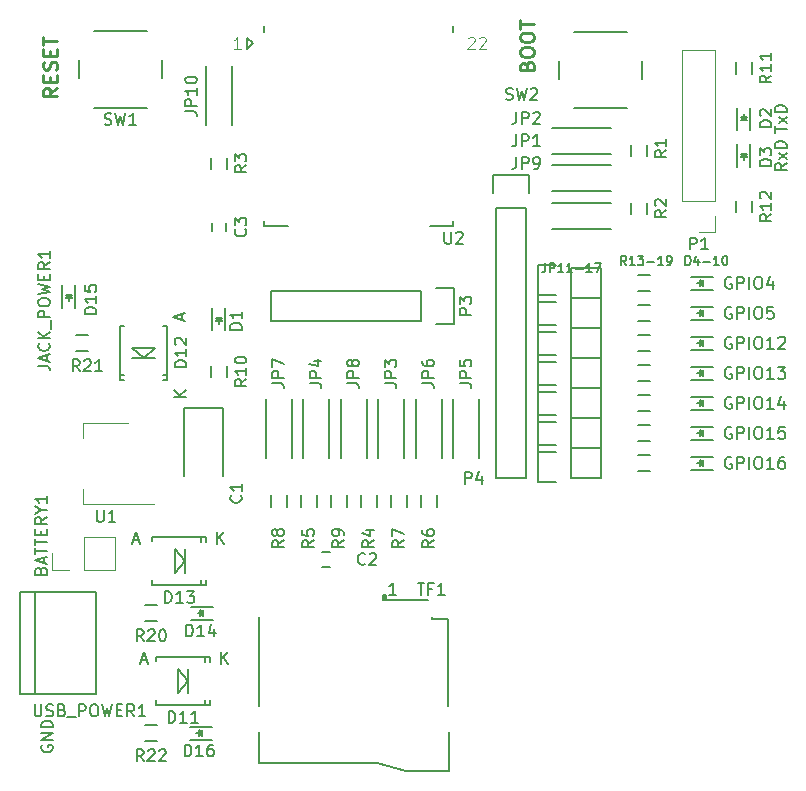
<source format=gbr>
G04 #@! TF.GenerationSoftware,KiCad,Pcbnew,(2016-12-16 revision f631ae2)-makepkg*
G04 #@! TF.CreationDate,2017-02-21T16:59:48-05:00*
G04 #@! TF.ProjectId,orc-esp1,6F72632D657370312E6B696361645F70,1*
G04 #@! TF.FileFunction,Legend,Top*
G04 #@! TF.FilePolarity,Positive*
%FSLAX46Y46*%
G04 Gerber Fmt 4.6, Leading zero omitted, Abs format (unit mm)*
G04 Created by KiCad (PCBNEW (2016-12-16 revision f631ae2)-makepkg) date 02/21/17 16:59:48*
%MOMM*%
%LPD*%
G01*
G04 APERTURE LIST*
%ADD10C,0.100000*%
%ADD11C,0.250000*%
%ADD12C,0.152400*%
%ADD13C,0.150000*%
%ADD14C,0.120000*%
%ADD15C,0.125000*%
G04 APERTURE END LIST*
D10*
D11*
X146726285Y-81892571D02*
X146783428Y-81721142D01*
X146840571Y-81664000D01*
X146954857Y-81606857D01*
X147126285Y-81606857D01*
X147240571Y-81664000D01*
X147297714Y-81721142D01*
X147354857Y-81835428D01*
X147354857Y-82292571D01*
X146154857Y-82292571D01*
X146154857Y-81892571D01*
X146212000Y-81778285D01*
X146269142Y-81721142D01*
X146383428Y-81664000D01*
X146497714Y-81664000D01*
X146612000Y-81721142D01*
X146669142Y-81778285D01*
X146726285Y-81892571D01*
X146726285Y-82292571D01*
X146154857Y-80864000D02*
X146154857Y-80635428D01*
X146212000Y-80521142D01*
X146326285Y-80406857D01*
X146554857Y-80349714D01*
X146954857Y-80349714D01*
X147183428Y-80406857D01*
X147297714Y-80521142D01*
X147354857Y-80635428D01*
X147354857Y-80864000D01*
X147297714Y-80978285D01*
X147183428Y-81092571D01*
X146954857Y-81149714D01*
X146554857Y-81149714D01*
X146326285Y-81092571D01*
X146212000Y-80978285D01*
X146154857Y-80864000D01*
X146154857Y-79606857D02*
X146154857Y-79378285D01*
X146212000Y-79264000D01*
X146326285Y-79149714D01*
X146554857Y-79092571D01*
X146954857Y-79092571D01*
X147183428Y-79149714D01*
X147297714Y-79264000D01*
X147354857Y-79378285D01*
X147354857Y-79606857D01*
X147297714Y-79721142D01*
X147183428Y-79835428D01*
X146954857Y-79892571D01*
X146554857Y-79892571D01*
X146326285Y-79835428D01*
X146212000Y-79721142D01*
X146154857Y-79606857D01*
X146154857Y-78749714D02*
X146154857Y-78064000D01*
X147354857Y-78406857D02*
X146154857Y-78406857D01*
X106968857Y-83784857D02*
X106397428Y-84184857D01*
X106968857Y-84470571D02*
X105768857Y-84470571D01*
X105768857Y-84013428D01*
X105826000Y-83899142D01*
X105883142Y-83842000D01*
X105997428Y-83784857D01*
X106168857Y-83784857D01*
X106283142Y-83842000D01*
X106340285Y-83899142D01*
X106397428Y-84013428D01*
X106397428Y-84470571D01*
X106340285Y-83270571D02*
X106340285Y-82870571D01*
X106968857Y-82699142D02*
X106968857Y-83270571D01*
X105768857Y-83270571D01*
X105768857Y-82699142D01*
X106911714Y-82242000D02*
X106968857Y-82070571D01*
X106968857Y-81784857D01*
X106911714Y-81670571D01*
X106854571Y-81613428D01*
X106740285Y-81556285D01*
X106626000Y-81556285D01*
X106511714Y-81613428D01*
X106454571Y-81670571D01*
X106397428Y-81784857D01*
X106340285Y-82013428D01*
X106283142Y-82127714D01*
X106226000Y-82184857D01*
X106111714Y-82242000D01*
X105997428Y-82242000D01*
X105883142Y-82184857D01*
X105826000Y-82127714D01*
X105768857Y-82013428D01*
X105768857Y-81727714D01*
X105826000Y-81556285D01*
X106340285Y-81042000D02*
X106340285Y-80642000D01*
X106968857Y-80470571D02*
X106968857Y-81042000D01*
X105768857Y-81042000D01*
X105768857Y-80470571D01*
X105768857Y-80127714D02*
X105768857Y-79442000D01*
X106968857Y-79784857D02*
X105768857Y-79784857D01*
D12*
X167718619Y-87569523D02*
X167718619Y-86988952D01*
X168734619Y-87279238D02*
X167718619Y-87279238D01*
X168734619Y-86747047D02*
X168057285Y-86214857D01*
X168057285Y-86747047D02*
X168734619Y-86214857D01*
X168734619Y-85827809D02*
X167718619Y-85827809D01*
X167718619Y-85585904D01*
X167767000Y-85440761D01*
X167863761Y-85344000D01*
X167960523Y-85295619D01*
X168154047Y-85247238D01*
X168299190Y-85247238D01*
X168492714Y-85295619D01*
X168589476Y-85344000D01*
X168686238Y-85440761D01*
X168734619Y-85585904D01*
X168734619Y-85827809D01*
X168734619Y-90139761D02*
X168250809Y-90478428D01*
X168734619Y-90720333D02*
X167718619Y-90720333D01*
X167718619Y-90333285D01*
X167767000Y-90236523D01*
X167815380Y-90188142D01*
X167912142Y-90139761D01*
X168057285Y-90139761D01*
X168154047Y-90188142D01*
X168202428Y-90236523D01*
X168250809Y-90333285D01*
X168250809Y-90720333D01*
X168734619Y-89801095D02*
X168057285Y-89268904D01*
X168057285Y-89801095D02*
X168734619Y-89268904D01*
X168734619Y-88881857D02*
X167718619Y-88881857D01*
X167718619Y-88639952D01*
X167767000Y-88494809D01*
X167863761Y-88398047D01*
X167960523Y-88349666D01*
X168154047Y-88301285D01*
X168299190Y-88301285D01*
X168492714Y-88349666D01*
X168589476Y-88398047D01*
X168686238Y-88494809D01*
X168734619Y-88639952D01*
X168734619Y-88881857D01*
X164068155Y-115062000D02*
X163971393Y-115013619D01*
X163826250Y-115013619D01*
X163681107Y-115062000D01*
X163584345Y-115158761D01*
X163535964Y-115255523D01*
X163487583Y-115449047D01*
X163487583Y-115594190D01*
X163535964Y-115787714D01*
X163584345Y-115884476D01*
X163681107Y-115981238D01*
X163826250Y-116029619D01*
X163923012Y-116029619D01*
X164068155Y-115981238D01*
X164116536Y-115932857D01*
X164116536Y-115594190D01*
X163923012Y-115594190D01*
X164551964Y-116029619D02*
X164551964Y-115013619D01*
X164939012Y-115013619D01*
X165035774Y-115062000D01*
X165084155Y-115110380D01*
X165132536Y-115207142D01*
X165132536Y-115352285D01*
X165084155Y-115449047D01*
X165035774Y-115497428D01*
X164939012Y-115545809D01*
X164551964Y-115545809D01*
X165567964Y-116029619D02*
X165567964Y-115013619D01*
X166245298Y-115013619D02*
X166438821Y-115013619D01*
X166535583Y-115062000D01*
X166632345Y-115158761D01*
X166680726Y-115352285D01*
X166680726Y-115690952D01*
X166632345Y-115884476D01*
X166535583Y-115981238D01*
X166438821Y-116029619D01*
X166245298Y-116029619D01*
X166148536Y-115981238D01*
X166051774Y-115884476D01*
X166003393Y-115690952D01*
X166003393Y-115352285D01*
X166051774Y-115158761D01*
X166148536Y-115062000D01*
X166245298Y-115013619D01*
X167648345Y-116029619D02*
X167067774Y-116029619D01*
X167358060Y-116029619D02*
X167358060Y-115013619D01*
X167261298Y-115158761D01*
X167164536Y-115255523D01*
X167067774Y-115303904D01*
X168519202Y-115013619D02*
X168325679Y-115013619D01*
X168228917Y-115062000D01*
X168180536Y-115110380D01*
X168083774Y-115255523D01*
X168035393Y-115449047D01*
X168035393Y-115836095D01*
X168083774Y-115932857D01*
X168132155Y-115981238D01*
X168228917Y-116029619D01*
X168422440Y-116029619D01*
X168519202Y-115981238D01*
X168567583Y-115932857D01*
X168615964Y-115836095D01*
X168615964Y-115594190D01*
X168567583Y-115497428D01*
X168519202Y-115449047D01*
X168422440Y-115400666D01*
X168228917Y-115400666D01*
X168132155Y-115449047D01*
X168083774Y-115497428D01*
X168035393Y-115594190D01*
X164068155Y-112522000D02*
X163971393Y-112473619D01*
X163826250Y-112473619D01*
X163681107Y-112522000D01*
X163584345Y-112618761D01*
X163535964Y-112715523D01*
X163487583Y-112909047D01*
X163487583Y-113054190D01*
X163535964Y-113247714D01*
X163584345Y-113344476D01*
X163681107Y-113441238D01*
X163826250Y-113489619D01*
X163923012Y-113489619D01*
X164068155Y-113441238D01*
X164116536Y-113392857D01*
X164116536Y-113054190D01*
X163923012Y-113054190D01*
X164551964Y-113489619D02*
X164551964Y-112473619D01*
X164939012Y-112473619D01*
X165035774Y-112522000D01*
X165084155Y-112570380D01*
X165132536Y-112667142D01*
X165132536Y-112812285D01*
X165084155Y-112909047D01*
X165035774Y-112957428D01*
X164939012Y-113005809D01*
X164551964Y-113005809D01*
X165567964Y-113489619D02*
X165567964Y-112473619D01*
X166245298Y-112473619D02*
X166438821Y-112473619D01*
X166535583Y-112522000D01*
X166632345Y-112618761D01*
X166680726Y-112812285D01*
X166680726Y-113150952D01*
X166632345Y-113344476D01*
X166535583Y-113441238D01*
X166438821Y-113489619D01*
X166245298Y-113489619D01*
X166148536Y-113441238D01*
X166051774Y-113344476D01*
X166003393Y-113150952D01*
X166003393Y-112812285D01*
X166051774Y-112618761D01*
X166148536Y-112522000D01*
X166245298Y-112473619D01*
X167648345Y-113489619D02*
X167067774Y-113489619D01*
X167358060Y-113489619D02*
X167358060Y-112473619D01*
X167261298Y-112618761D01*
X167164536Y-112715523D01*
X167067774Y-112763904D01*
X168567583Y-112473619D02*
X168083774Y-112473619D01*
X168035393Y-112957428D01*
X168083774Y-112909047D01*
X168180536Y-112860666D01*
X168422440Y-112860666D01*
X168519202Y-112909047D01*
X168567583Y-112957428D01*
X168615964Y-113054190D01*
X168615964Y-113296095D01*
X168567583Y-113392857D01*
X168519202Y-113441238D01*
X168422440Y-113489619D01*
X168180536Y-113489619D01*
X168083774Y-113441238D01*
X168035393Y-113392857D01*
X164068155Y-109982000D02*
X163971393Y-109933619D01*
X163826250Y-109933619D01*
X163681107Y-109982000D01*
X163584345Y-110078761D01*
X163535964Y-110175523D01*
X163487583Y-110369047D01*
X163487583Y-110514190D01*
X163535964Y-110707714D01*
X163584345Y-110804476D01*
X163681107Y-110901238D01*
X163826250Y-110949619D01*
X163923012Y-110949619D01*
X164068155Y-110901238D01*
X164116536Y-110852857D01*
X164116536Y-110514190D01*
X163923012Y-110514190D01*
X164551964Y-110949619D02*
X164551964Y-109933619D01*
X164939012Y-109933619D01*
X165035774Y-109982000D01*
X165084155Y-110030380D01*
X165132536Y-110127142D01*
X165132536Y-110272285D01*
X165084155Y-110369047D01*
X165035774Y-110417428D01*
X164939012Y-110465809D01*
X164551964Y-110465809D01*
X165567964Y-110949619D02*
X165567964Y-109933619D01*
X166245298Y-109933619D02*
X166438821Y-109933619D01*
X166535583Y-109982000D01*
X166632345Y-110078761D01*
X166680726Y-110272285D01*
X166680726Y-110610952D01*
X166632345Y-110804476D01*
X166535583Y-110901238D01*
X166438821Y-110949619D01*
X166245298Y-110949619D01*
X166148536Y-110901238D01*
X166051774Y-110804476D01*
X166003393Y-110610952D01*
X166003393Y-110272285D01*
X166051774Y-110078761D01*
X166148536Y-109982000D01*
X166245298Y-109933619D01*
X167648345Y-110949619D02*
X167067774Y-110949619D01*
X167358060Y-110949619D02*
X167358060Y-109933619D01*
X167261298Y-110078761D01*
X167164536Y-110175523D01*
X167067774Y-110223904D01*
X168519202Y-110272285D02*
X168519202Y-110949619D01*
X168277298Y-109885238D02*
X168035393Y-110610952D01*
X168664345Y-110610952D01*
X164068155Y-107442000D02*
X163971393Y-107393619D01*
X163826250Y-107393619D01*
X163681107Y-107442000D01*
X163584345Y-107538761D01*
X163535964Y-107635523D01*
X163487583Y-107829047D01*
X163487583Y-107974190D01*
X163535964Y-108167714D01*
X163584345Y-108264476D01*
X163681107Y-108361238D01*
X163826250Y-108409619D01*
X163923012Y-108409619D01*
X164068155Y-108361238D01*
X164116536Y-108312857D01*
X164116536Y-107974190D01*
X163923012Y-107974190D01*
X164551964Y-108409619D02*
X164551964Y-107393619D01*
X164939012Y-107393619D01*
X165035774Y-107442000D01*
X165084155Y-107490380D01*
X165132536Y-107587142D01*
X165132536Y-107732285D01*
X165084155Y-107829047D01*
X165035774Y-107877428D01*
X164939012Y-107925809D01*
X164551964Y-107925809D01*
X165567964Y-108409619D02*
X165567964Y-107393619D01*
X166245298Y-107393619D02*
X166438821Y-107393619D01*
X166535583Y-107442000D01*
X166632345Y-107538761D01*
X166680726Y-107732285D01*
X166680726Y-108070952D01*
X166632345Y-108264476D01*
X166535583Y-108361238D01*
X166438821Y-108409619D01*
X166245298Y-108409619D01*
X166148536Y-108361238D01*
X166051774Y-108264476D01*
X166003393Y-108070952D01*
X166003393Y-107732285D01*
X166051774Y-107538761D01*
X166148536Y-107442000D01*
X166245298Y-107393619D01*
X167648345Y-108409619D02*
X167067774Y-108409619D01*
X167358060Y-108409619D02*
X167358060Y-107393619D01*
X167261298Y-107538761D01*
X167164536Y-107635523D01*
X167067774Y-107683904D01*
X167987012Y-107393619D02*
X168615964Y-107393619D01*
X168277298Y-107780666D01*
X168422440Y-107780666D01*
X168519202Y-107829047D01*
X168567583Y-107877428D01*
X168615964Y-107974190D01*
X168615964Y-108216095D01*
X168567583Y-108312857D01*
X168519202Y-108361238D01*
X168422440Y-108409619D01*
X168132155Y-108409619D01*
X168035393Y-108361238D01*
X167987012Y-108312857D01*
X164068155Y-104902000D02*
X163971393Y-104853619D01*
X163826250Y-104853619D01*
X163681107Y-104902000D01*
X163584345Y-104998761D01*
X163535964Y-105095523D01*
X163487583Y-105289047D01*
X163487583Y-105434190D01*
X163535964Y-105627714D01*
X163584345Y-105724476D01*
X163681107Y-105821238D01*
X163826250Y-105869619D01*
X163923012Y-105869619D01*
X164068155Y-105821238D01*
X164116536Y-105772857D01*
X164116536Y-105434190D01*
X163923012Y-105434190D01*
X164551964Y-105869619D02*
X164551964Y-104853619D01*
X164939012Y-104853619D01*
X165035774Y-104902000D01*
X165084155Y-104950380D01*
X165132536Y-105047142D01*
X165132536Y-105192285D01*
X165084155Y-105289047D01*
X165035774Y-105337428D01*
X164939012Y-105385809D01*
X164551964Y-105385809D01*
X165567964Y-105869619D02*
X165567964Y-104853619D01*
X166245298Y-104853619D02*
X166438821Y-104853619D01*
X166535583Y-104902000D01*
X166632345Y-104998761D01*
X166680726Y-105192285D01*
X166680726Y-105530952D01*
X166632345Y-105724476D01*
X166535583Y-105821238D01*
X166438821Y-105869619D01*
X166245298Y-105869619D01*
X166148536Y-105821238D01*
X166051774Y-105724476D01*
X166003393Y-105530952D01*
X166003393Y-105192285D01*
X166051774Y-104998761D01*
X166148536Y-104902000D01*
X166245298Y-104853619D01*
X167648345Y-105869619D02*
X167067774Y-105869619D01*
X167358060Y-105869619D02*
X167358060Y-104853619D01*
X167261298Y-104998761D01*
X167164536Y-105095523D01*
X167067774Y-105143904D01*
X168035393Y-104950380D02*
X168083774Y-104902000D01*
X168180536Y-104853619D01*
X168422440Y-104853619D01*
X168519202Y-104902000D01*
X168567583Y-104950380D01*
X168615964Y-105047142D01*
X168615964Y-105143904D01*
X168567583Y-105289047D01*
X167987012Y-105869619D01*
X168615964Y-105869619D01*
X164068155Y-102362000D02*
X163971393Y-102313619D01*
X163826250Y-102313619D01*
X163681107Y-102362000D01*
X163584345Y-102458761D01*
X163535964Y-102555523D01*
X163487583Y-102749047D01*
X163487583Y-102894190D01*
X163535964Y-103087714D01*
X163584345Y-103184476D01*
X163681107Y-103281238D01*
X163826250Y-103329619D01*
X163923012Y-103329619D01*
X164068155Y-103281238D01*
X164116536Y-103232857D01*
X164116536Y-102894190D01*
X163923012Y-102894190D01*
X164551964Y-103329619D02*
X164551964Y-102313619D01*
X164939012Y-102313619D01*
X165035774Y-102362000D01*
X165084155Y-102410380D01*
X165132536Y-102507142D01*
X165132536Y-102652285D01*
X165084155Y-102749047D01*
X165035774Y-102797428D01*
X164939012Y-102845809D01*
X164551964Y-102845809D01*
X165567964Y-103329619D02*
X165567964Y-102313619D01*
X166245298Y-102313619D02*
X166438821Y-102313619D01*
X166535583Y-102362000D01*
X166632345Y-102458761D01*
X166680726Y-102652285D01*
X166680726Y-102990952D01*
X166632345Y-103184476D01*
X166535583Y-103281238D01*
X166438821Y-103329619D01*
X166245298Y-103329619D01*
X166148536Y-103281238D01*
X166051774Y-103184476D01*
X166003393Y-102990952D01*
X166003393Y-102652285D01*
X166051774Y-102458761D01*
X166148536Y-102362000D01*
X166245298Y-102313619D01*
X167599964Y-102313619D02*
X167116155Y-102313619D01*
X167067774Y-102797428D01*
X167116155Y-102749047D01*
X167212917Y-102700666D01*
X167454821Y-102700666D01*
X167551583Y-102749047D01*
X167599964Y-102797428D01*
X167648345Y-102894190D01*
X167648345Y-103136095D01*
X167599964Y-103232857D01*
X167551583Y-103281238D01*
X167454821Y-103329619D01*
X167212917Y-103329619D01*
X167116155Y-103281238D01*
X167067774Y-103232857D01*
X164068155Y-99822000D02*
X163971393Y-99773619D01*
X163826250Y-99773619D01*
X163681107Y-99822000D01*
X163584345Y-99918761D01*
X163535964Y-100015523D01*
X163487583Y-100209047D01*
X163487583Y-100354190D01*
X163535964Y-100547714D01*
X163584345Y-100644476D01*
X163681107Y-100741238D01*
X163826250Y-100789619D01*
X163923012Y-100789619D01*
X164068155Y-100741238D01*
X164116536Y-100692857D01*
X164116536Y-100354190D01*
X163923012Y-100354190D01*
X164551964Y-100789619D02*
X164551964Y-99773619D01*
X164939012Y-99773619D01*
X165035774Y-99822000D01*
X165084155Y-99870380D01*
X165132536Y-99967142D01*
X165132536Y-100112285D01*
X165084155Y-100209047D01*
X165035774Y-100257428D01*
X164939012Y-100305809D01*
X164551964Y-100305809D01*
X165567964Y-100789619D02*
X165567964Y-99773619D01*
X166245298Y-99773619D02*
X166438821Y-99773619D01*
X166535583Y-99822000D01*
X166632345Y-99918761D01*
X166680726Y-100112285D01*
X166680726Y-100450952D01*
X166632345Y-100644476D01*
X166535583Y-100741238D01*
X166438821Y-100789619D01*
X166245298Y-100789619D01*
X166148536Y-100741238D01*
X166051774Y-100644476D01*
X166003393Y-100450952D01*
X166003393Y-100112285D01*
X166051774Y-99918761D01*
X166148536Y-99822000D01*
X166245298Y-99773619D01*
X167551583Y-100112285D02*
X167551583Y-100789619D01*
X167309679Y-99725238D02*
X167067774Y-100450952D01*
X167696726Y-100450952D01*
X160165142Y-98769714D02*
X160165142Y-98007714D01*
X160346571Y-98007714D01*
X160455428Y-98044000D01*
X160528000Y-98116571D01*
X160564285Y-98189142D01*
X160600571Y-98334285D01*
X160600571Y-98443142D01*
X160564285Y-98588285D01*
X160528000Y-98660857D01*
X160455428Y-98733428D01*
X160346571Y-98769714D01*
X160165142Y-98769714D01*
X161253714Y-98261714D02*
X161253714Y-98769714D01*
X161072285Y-97971428D02*
X160890857Y-98515714D01*
X161362571Y-98515714D01*
X161652857Y-98479428D02*
X162233428Y-98479428D01*
X162995428Y-98769714D02*
X162560000Y-98769714D01*
X162777714Y-98769714D02*
X162777714Y-98007714D01*
X162705142Y-98116571D01*
X162632571Y-98189142D01*
X162560000Y-98225428D01*
X163467142Y-98007714D02*
X163539714Y-98007714D01*
X163612285Y-98044000D01*
X163648571Y-98080285D01*
X163684857Y-98152857D01*
X163721142Y-98298000D01*
X163721142Y-98479428D01*
X163684857Y-98624571D01*
X163648571Y-98697142D01*
X163612285Y-98733428D01*
X163539714Y-98769714D01*
X163467142Y-98769714D01*
X163394571Y-98733428D01*
X163358285Y-98697142D01*
X163322000Y-98624571D01*
X163285714Y-98479428D01*
X163285714Y-98298000D01*
X163322000Y-98152857D01*
X163358285Y-98080285D01*
X163394571Y-98044000D01*
X163467142Y-98007714D01*
X155157714Y-98769714D02*
X154903714Y-98406857D01*
X154722285Y-98769714D02*
X154722285Y-98007714D01*
X155012571Y-98007714D01*
X155085142Y-98044000D01*
X155121428Y-98080285D01*
X155157714Y-98152857D01*
X155157714Y-98261714D01*
X155121428Y-98334285D01*
X155085142Y-98370571D01*
X155012571Y-98406857D01*
X154722285Y-98406857D01*
X155883428Y-98769714D02*
X155448000Y-98769714D01*
X155665714Y-98769714D02*
X155665714Y-98007714D01*
X155593142Y-98116571D01*
X155520571Y-98189142D01*
X155448000Y-98225428D01*
X156137428Y-98007714D02*
X156609142Y-98007714D01*
X156355142Y-98298000D01*
X156464000Y-98298000D01*
X156536571Y-98334285D01*
X156572857Y-98370571D01*
X156609142Y-98443142D01*
X156609142Y-98624571D01*
X156572857Y-98697142D01*
X156536571Y-98733428D01*
X156464000Y-98769714D01*
X156246285Y-98769714D01*
X156173714Y-98733428D01*
X156137428Y-98697142D01*
X156935714Y-98479428D02*
X157516285Y-98479428D01*
X158278285Y-98769714D02*
X157842857Y-98769714D01*
X158060571Y-98769714D02*
X158060571Y-98007714D01*
X157988000Y-98116571D01*
X157915428Y-98189142D01*
X157842857Y-98225428D01*
X158641142Y-98769714D02*
X158786285Y-98769714D01*
X158858857Y-98733428D01*
X158895142Y-98697142D01*
X158967714Y-98588285D01*
X159004000Y-98443142D01*
X159004000Y-98152857D01*
X158967714Y-98080285D01*
X158931428Y-98044000D01*
X158858857Y-98007714D01*
X158713714Y-98007714D01*
X158641142Y-98044000D01*
X158604857Y-98080285D01*
X158568571Y-98152857D01*
X158568571Y-98334285D01*
X158604857Y-98406857D01*
X158641142Y-98443142D01*
X158713714Y-98479428D01*
X158858857Y-98479428D01*
X158931428Y-98443142D01*
X158967714Y-98406857D01*
X159004000Y-98334285D01*
X148299714Y-98642714D02*
X148299714Y-99187000D01*
X148263428Y-99295857D01*
X148190857Y-99368428D01*
X148082000Y-99404714D01*
X148009428Y-99404714D01*
X148662571Y-99404714D02*
X148662571Y-98642714D01*
X148952857Y-98642714D01*
X149025428Y-98679000D01*
X149061714Y-98715285D01*
X149098000Y-98787857D01*
X149098000Y-98896714D01*
X149061714Y-98969285D01*
X149025428Y-99005571D01*
X148952857Y-99041857D01*
X148662571Y-99041857D01*
X149823714Y-99404714D02*
X149388285Y-99404714D01*
X149606000Y-99404714D02*
X149606000Y-98642714D01*
X149533428Y-98751571D01*
X149460857Y-98824142D01*
X149388285Y-98860428D01*
X150549428Y-99404714D02*
X150114000Y-99404714D01*
X150331714Y-99404714D02*
X150331714Y-98642714D01*
X150259142Y-98751571D01*
X150186571Y-98824142D01*
X150114000Y-98860428D01*
X150876000Y-99114428D02*
X151456571Y-99114428D01*
X152218571Y-99404714D02*
X151783142Y-99404714D01*
X152000857Y-99404714D02*
X152000857Y-98642714D01*
X151928285Y-98751571D01*
X151855714Y-98824142D01*
X151783142Y-98860428D01*
X152472571Y-98642714D02*
X152980571Y-98642714D01*
X152654000Y-99404714D01*
D13*
X103840000Y-126430000D02*
X103840000Y-135130000D01*
X110245000Y-126430000D02*
X110245000Y-135130000D01*
X110245000Y-135130000D02*
X103840000Y-135130000D01*
X105070000Y-135130000D02*
X105070000Y-126430000D01*
X103840000Y-126430000D02*
X110245000Y-126430000D01*
D14*
X106560000Y-124580000D02*
X106560000Y-123190000D01*
X107950000Y-124580000D02*
X106560000Y-124580000D01*
X109220000Y-121800000D02*
X109220000Y-124580000D01*
X111880000Y-121800000D02*
X109220000Y-121800000D01*
X111880000Y-124580000D02*
X111880000Y-121800000D01*
X109220000Y-124580000D02*
X111880000Y-124580000D01*
X162680000Y-96005000D02*
X161290000Y-96005000D01*
X162680000Y-94615000D02*
X162680000Y-96005000D01*
X159900000Y-93345000D02*
X162680000Y-93345000D01*
X159900000Y-80525000D02*
X159900000Y-93345000D01*
X162680000Y-80525000D02*
X159900000Y-80525000D01*
X162680000Y-93345000D02*
X162680000Y-80525000D01*
D13*
X155210000Y-79010000D02*
X150710000Y-79010000D01*
X156460000Y-83010000D02*
X156460000Y-81510000D01*
X150710000Y-85510000D02*
X155210000Y-85510000D01*
X149460000Y-81510000D02*
X149460000Y-83010000D01*
X108820000Y-81455000D02*
X108820000Y-82955000D01*
X110070000Y-85455000D02*
X114570000Y-85455000D01*
X115820000Y-82955000D02*
X115820000Y-81455000D01*
X114570000Y-78955000D02*
X110070000Y-78955000D01*
X124525179Y-79010000D02*
X124525179Y-78510000D01*
X140525179Y-79010000D02*
X140525179Y-78510000D01*
X123025179Y-80510000D02*
X123525179Y-80010000D01*
X123025179Y-79510000D02*
X123025179Y-80510000D01*
X123525179Y-80010000D02*
X123025179Y-79510000D01*
X140525179Y-95510000D02*
X140525179Y-95010000D01*
X140525179Y-95510000D02*
X138525179Y-95510000D01*
X124525179Y-95510000D02*
X126525179Y-95510000D01*
X124525179Y-95510000D02*
X124525179Y-95010000D01*
D14*
X115200000Y-118980000D02*
X109190000Y-118980000D01*
X112950000Y-112160000D02*
X109190000Y-112160000D01*
X109190000Y-118980000D02*
X109190000Y-117720000D01*
X109190000Y-112160000D02*
X109190000Y-113420000D01*
D13*
X143865000Y-91160000D02*
X146965000Y-91160000D01*
X143865000Y-92710000D02*
X143865000Y-91160000D01*
X146685000Y-93980000D02*
X144145000Y-93980000D01*
X146965000Y-91160000D02*
X146965000Y-92710000D01*
X144145000Y-116840000D02*
X144145000Y-93980000D01*
X146685000Y-116840000D02*
X144145000Y-116840000D01*
X146685000Y-93980000D02*
X146685000Y-116840000D01*
X130078000Y-124298000D02*
X129378000Y-124298000D01*
X129378000Y-123098000D02*
X130078000Y-123098000D01*
X120050000Y-95915000D02*
X120050000Y-95215000D01*
X121250000Y-95215000D02*
X121250000Y-95915000D01*
X121030000Y-110876000D02*
X117730000Y-110876000D01*
X117730000Y-110876000D02*
X117730000Y-116676000D01*
X121030000Y-110876000D02*
X121030000Y-116676000D01*
X115013740Y-125823980D02*
X115013740Y-125625860D01*
X119616220Y-125823980D02*
X115013740Y-125823980D01*
X119616220Y-125823980D02*
X119616220Y-125625860D01*
X119621300Y-121828560D02*
X119621300Y-122026680D01*
X119621300Y-121828560D02*
X115018820Y-121828560D01*
X115018820Y-121828560D02*
X115018820Y-122026680D01*
X119164260Y-125823980D02*
X119164260Y-125625860D01*
X119164260Y-121876020D02*
X119164260Y-122074140D01*
X115013740Y-125625000D02*
X115013740Y-125476000D01*
X119164260Y-125625000D02*
X119164260Y-125476000D01*
X119616220Y-125625000D02*
X119616220Y-125476000D01*
X115013740Y-122025000D02*
X115013740Y-122174000D01*
X119164260Y-122025000D02*
X119164260Y-122224000D01*
X119621300Y-122025000D02*
X119621300Y-122224800D01*
X117764560Y-123825000D02*
X117764560Y-124825760D01*
X117764560Y-123825000D02*
X117764560Y-122824240D01*
X116916200Y-122824240D02*
X117764560Y-123825000D01*
X116916200Y-124825760D02*
X116916200Y-122824240D01*
X117764560Y-123825000D02*
X116916200Y-124825760D01*
X114300000Y-106654600D02*
X113299240Y-105806240D01*
X113299240Y-105806240D02*
X115300760Y-105806240D01*
X115300760Y-105806240D02*
X114300000Y-106654600D01*
X114300000Y-106654600D02*
X115300760Y-106654600D01*
X114300000Y-106654600D02*
X113299240Y-106654600D01*
X116100000Y-108511340D02*
X115900200Y-108511340D01*
X116100000Y-108054300D02*
X115901000Y-108054300D01*
X116100000Y-103903780D02*
X115951000Y-103903780D01*
X112500000Y-108506260D02*
X112649000Y-108506260D01*
X112500000Y-108054300D02*
X112649000Y-108054300D01*
X112500000Y-103903780D02*
X112649000Y-103903780D01*
X116248980Y-108054300D02*
X116050860Y-108054300D01*
X112301020Y-108054300D02*
X112499140Y-108054300D01*
X116296440Y-103908860D02*
X116098320Y-103908860D01*
X116296440Y-108511340D02*
X116296440Y-103908860D01*
X116296440Y-108511340D02*
X116098320Y-108511340D01*
X112301020Y-108506260D02*
X112499140Y-108506260D01*
X112301020Y-108506260D02*
X112301020Y-103903780D01*
X112301020Y-103903780D02*
X112499140Y-103903780D01*
X115333780Y-135983980D02*
X115333780Y-135785860D01*
X119936260Y-135983980D02*
X115333780Y-135983980D01*
X119936260Y-135983980D02*
X119936260Y-135785860D01*
X119941340Y-131988560D02*
X119941340Y-132186680D01*
X119941340Y-131988560D02*
X115338860Y-131988560D01*
X115338860Y-131988560D02*
X115338860Y-132186680D01*
X119484300Y-135983980D02*
X119484300Y-135785860D01*
X119484300Y-132036020D02*
X119484300Y-132234140D01*
X115333780Y-135785000D02*
X115333780Y-135636000D01*
X119484300Y-135785000D02*
X119484300Y-135636000D01*
X119936260Y-135785000D02*
X119936260Y-135636000D01*
X115333780Y-132185000D02*
X115333780Y-132334000D01*
X119484300Y-132185000D02*
X119484300Y-132384000D01*
X119941340Y-132185000D02*
X119941340Y-132384800D01*
X118084600Y-133985000D02*
X118084600Y-134985760D01*
X118084600Y-133985000D02*
X118084600Y-132984240D01*
X117236240Y-132984240D02*
X118084600Y-133985000D01*
X117236240Y-134985760D02*
X117236240Y-132984240D01*
X118084600Y-133985000D02*
X117236240Y-134985760D01*
X118986300Y-138180000D02*
X119236300Y-138430000D01*
X118986300Y-138680000D02*
X118986300Y-138180000D01*
X119236300Y-138430000D02*
X118986300Y-138680000D01*
X119236300Y-138680000D02*
X119236300Y-138180000D01*
X119186300Y-138430000D02*
X118736300Y-138430000D01*
X120086300Y-138980000D02*
X118186300Y-138980000D01*
X120086300Y-137880000D02*
X118186300Y-137880000D01*
X107400000Y-100500000D02*
X107400000Y-102400000D01*
X108500000Y-100500000D02*
X108500000Y-102400000D01*
X107950000Y-101400000D02*
X107950000Y-101850000D01*
X108200000Y-101350000D02*
X107700000Y-101350000D01*
X107950000Y-101350000D02*
X108200000Y-101600000D01*
X108200000Y-101600000D02*
X107700000Y-101600000D01*
X107700000Y-101600000D02*
X107950000Y-101350000D01*
X119113300Y-128020000D02*
X119363300Y-128270000D01*
X119113300Y-128520000D02*
X119113300Y-128020000D01*
X119363300Y-128270000D02*
X119113300Y-128520000D01*
X119363300Y-128520000D02*
X119363300Y-128020000D01*
X119313300Y-128270000D02*
X118863300Y-128270000D01*
X120213300Y-128820000D02*
X118313300Y-128820000D01*
X120213300Y-127720000D02*
X118313300Y-127720000D01*
X162504300Y-115020000D02*
X160604300Y-115020000D01*
X162504300Y-116120000D02*
X160604300Y-116120000D01*
X161604300Y-115570000D02*
X161154300Y-115570000D01*
X161654300Y-115820000D02*
X161654300Y-115320000D01*
X161654300Y-115570000D02*
X161404300Y-115820000D01*
X161404300Y-115820000D02*
X161404300Y-115320000D01*
X161404300Y-115320000D02*
X161654300Y-115570000D01*
X161404300Y-112780000D02*
X161654300Y-113030000D01*
X161404300Y-113280000D02*
X161404300Y-112780000D01*
X161654300Y-113030000D02*
X161404300Y-113280000D01*
X161654300Y-113280000D02*
X161654300Y-112780000D01*
X161604300Y-113030000D02*
X161154300Y-113030000D01*
X162504300Y-113580000D02*
X160604300Y-113580000D01*
X162504300Y-112480000D02*
X160604300Y-112480000D01*
X162504300Y-107400000D02*
X160604300Y-107400000D01*
X162504300Y-108500000D02*
X160604300Y-108500000D01*
X161604300Y-107950000D02*
X161154300Y-107950000D01*
X161654300Y-108200000D02*
X161654300Y-107700000D01*
X161654300Y-107950000D02*
X161404300Y-108200000D01*
X161404300Y-108200000D02*
X161404300Y-107700000D01*
X161404300Y-107700000D02*
X161654300Y-107950000D01*
X161404300Y-105160000D02*
X161654300Y-105410000D01*
X161404300Y-105660000D02*
X161404300Y-105160000D01*
X161654300Y-105410000D02*
X161404300Y-105660000D01*
X161654300Y-105660000D02*
X161654300Y-105160000D01*
X161604300Y-105410000D02*
X161154300Y-105410000D01*
X162504300Y-105960000D02*
X160604300Y-105960000D01*
X162504300Y-104860000D02*
X160604300Y-104860000D01*
X162504300Y-102320000D02*
X160604300Y-102320000D01*
X162504300Y-103420000D02*
X160604300Y-103420000D01*
X161604300Y-102870000D02*
X161154300Y-102870000D01*
X161654300Y-103120000D02*
X161654300Y-102620000D01*
X161654300Y-102870000D02*
X161404300Y-103120000D01*
X161404300Y-103120000D02*
X161404300Y-102620000D01*
X161404300Y-102620000D02*
X161654300Y-102870000D01*
X161404300Y-100080000D02*
X161654300Y-100330000D01*
X161404300Y-100580000D02*
X161404300Y-100080000D01*
X161654300Y-100330000D02*
X161404300Y-100580000D01*
X161654300Y-100580000D02*
X161654300Y-100080000D01*
X161604300Y-100330000D02*
X161154300Y-100330000D01*
X162504300Y-100880000D02*
X160604300Y-100880000D01*
X162504300Y-99780000D02*
X160604300Y-99780000D01*
X164550000Y-88549300D02*
X164550000Y-90449300D01*
X165650000Y-88549300D02*
X165650000Y-90449300D01*
X165100000Y-89449300D02*
X165100000Y-89899300D01*
X165350000Y-89399300D02*
X164850000Y-89399300D01*
X165100000Y-89399300D02*
X165350000Y-89649300D01*
X165350000Y-89649300D02*
X164850000Y-89649300D01*
X164850000Y-89649300D02*
X165100000Y-89399300D01*
X165350000Y-86245700D02*
X165100000Y-86495700D01*
X164850000Y-86245700D02*
X165350000Y-86245700D01*
X165100000Y-86495700D02*
X164850000Y-86245700D01*
X164850000Y-86495700D02*
X165350000Y-86495700D01*
X165100000Y-86445700D02*
X165100000Y-85995700D01*
X164550000Y-87345700D02*
X164550000Y-85445700D01*
X165650000Y-87345700D02*
X165650000Y-85445700D01*
X120100000Y-102405000D02*
X120100000Y-104305000D01*
X121200000Y-102405000D02*
X121200000Y-104305000D01*
X120650000Y-103305000D02*
X120650000Y-103755000D01*
X120900000Y-103255000D02*
X120400000Y-103255000D01*
X120650000Y-103255000D02*
X120900000Y-103505000D01*
X120900000Y-103505000D02*
X120400000Y-103505000D01*
X120400000Y-103505000D02*
X120650000Y-103255000D01*
X161404300Y-110240000D02*
X161654300Y-110490000D01*
X161404300Y-110740000D02*
X161404300Y-110240000D01*
X161654300Y-110490000D02*
X161404300Y-110740000D01*
X161654300Y-110740000D02*
X161654300Y-110240000D01*
X161604300Y-110490000D02*
X161154300Y-110490000D01*
X162504300Y-111040000D02*
X160604300Y-111040000D01*
X162504300Y-109940000D02*
X160604300Y-109940000D01*
X150495000Y-114300000D02*
X153035000Y-114300000D01*
X147675000Y-114020000D02*
X149225000Y-114020000D01*
X150495000Y-114300000D02*
X150495000Y-116840000D01*
X149225000Y-117120000D02*
X147675000Y-117120000D01*
X147675000Y-117120000D02*
X147675000Y-114020000D01*
X150495000Y-116840000D02*
X153035000Y-116840000D01*
X153035000Y-116840000D02*
X153035000Y-114300000D01*
X153035000Y-111760000D02*
X153035000Y-109220000D01*
X150495000Y-111760000D02*
X153035000Y-111760000D01*
X147675000Y-112040000D02*
X147675000Y-108940000D01*
X149225000Y-112040000D02*
X147675000Y-112040000D01*
X150495000Y-109220000D02*
X150495000Y-111760000D01*
X147675000Y-108940000D02*
X149225000Y-108940000D01*
X150495000Y-109220000D02*
X153035000Y-109220000D01*
X150495000Y-104140000D02*
X153035000Y-104140000D01*
X147675000Y-103860000D02*
X149225000Y-103860000D01*
X150495000Y-104140000D02*
X150495000Y-106680000D01*
X149225000Y-106960000D02*
X147675000Y-106960000D01*
X147675000Y-106960000D02*
X147675000Y-103860000D01*
X150495000Y-106680000D02*
X153035000Y-106680000D01*
X153035000Y-106680000D02*
X153035000Y-104140000D01*
X153035000Y-104140000D02*
X153035000Y-101600000D01*
X150495000Y-104140000D02*
X153035000Y-104140000D01*
X147675000Y-104420000D02*
X147675000Y-101320000D01*
X149225000Y-104420000D02*
X147675000Y-104420000D01*
X150495000Y-101600000D02*
X150495000Y-104140000D01*
X147675000Y-101320000D02*
X149225000Y-101320000D01*
X150495000Y-101600000D02*
X153035000Y-101600000D01*
X153035000Y-114300000D02*
X153035000Y-111760000D01*
X150495000Y-114300000D02*
X153035000Y-114300000D01*
X147675000Y-114580000D02*
X147675000Y-111480000D01*
X149225000Y-114580000D02*
X147675000Y-114580000D01*
X150495000Y-111760000D02*
X150495000Y-114300000D01*
X147675000Y-111480000D02*
X149225000Y-111480000D01*
X150495000Y-111760000D02*
X153035000Y-111760000D01*
X150495000Y-99060000D02*
X153035000Y-99060000D01*
X147675000Y-98780000D02*
X149225000Y-98780000D01*
X150495000Y-99060000D02*
X150495000Y-101600000D01*
X149225000Y-101880000D02*
X147675000Y-101880000D01*
X147675000Y-101880000D02*
X147675000Y-98780000D01*
X150495000Y-101600000D02*
X153035000Y-101600000D01*
X153035000Y-101600000D02*
X153035000Y-99060000D01*
X153035000Y-109220000D02*
X153035000Y-106680000D01*
X150495000Y-109220000D02*
X153035000Y-109220000D01*
X147675000Y-109500000D02*
X147675000Y-106400000D01*
X149225000Y-109500000D02*
X147675000Y-109500000D01*
X150495000Y-106680000D02*
X150495000Y-109220000D01*
X147675000Y-106400000D02*
X149225000Y-106400000D01*
X150495000Y-106680000D02*
X153035000Y-106680000D01*
X140615000Y-100685000D02*
X140615000Y-103785000D01*
X139065000Y-100685000D02*
X140615000Y-100685000D01*
X137795000Y-103505000D02*
X137795000Y-100965000D01*
X140615000Y-103785000D02*
X139065000Y-103785000D01*
X125095000Y-100965000D02*
X137795000Y-100965000D01*
X125095000Y-103505000D02*
X125095000Y-100965000D01*
X137795000Y-103505000D02*
X125095000Y-103505000D01*
X156175000Y-104735000D02*
X157175000Y-104735000D01*
X157175000Y-106085000D02*
X156175000Y-106085000D01*
X157175000Y-103545000D02*
X156175000Y-103545000D01*
X156175000Y-102195000D02*
X157175000Y-102195000D01*
X156175000Y-99655000D02*
X157175000Y-99655000D01*
X157175000Y-101005000D02*
X156175000Y-101005000D01*
X165775000Y-93310000D02*
X165775000Y-94310000D01*
X164425000Y-94310000D02*
X164425000Y-93310000D01*
X165775000Y-81585000D02*
X165775000Y-82585000D01*
X164425000Y-82585000D02*
X164425000Y-81585000D01*
X121325000Y-107280000D02*
X121325000Y-108280000D01*
X119975000Y-108280000D02*
X119975000Y-107280000D01*
X130135000Y-119245000D02*
X130135000Y-118245000D01*
X131485000Y-118245000D02*
X131485000Y-119245000D01*
X126405000Y-118245000D02*
X126405000Y-119245000D01*
X125055000Y-119245000D02*
X125055000Y-118245000D01*
X137755000Y-119245000D02*
X137755000Y-118245000D01*
X139105000Y-118245000D02*
X139105000Y-119245000D01*
X157175000Y-111165000D02*
X156175000Y-111165000D01*
X156175000Y-109815000D02*
X157175000Y-109815000D01*
X156175000Y-107275000D02*
X157175000Y-107275000D01*
X157175000Y-108625000D02*
X156175000Y-108625000D01*
X157175000Y-116245000D02*
X156175000Y-116245000D01*
X156175000Y-114895000D02*
X157175000Y-114895000D01*
X156175000Y-112355000D02*
X157175000Y-112355000D01*
X157175000Y-113705000D02*
X156175000Y-113705000D01*
X115435000Y-139105000D02*
X114435000Y-139105000D01*
X114435000Y-137755000D02*
X115435000Y-137755000D01*
X127595000Y-119245000D02*
X127595000Y-118245000D01*
X128945000Y-118245000D02*
X128945000Y-119245000D01*
X134025000Y-118245000D02*
X134025000Y-119245000D01*
X132675000Y-119245000D02*
X132675000Y-118245000D01*
X119975000Y-90670000D02*
X119975000Y-89670000D01*
X121325000Y-89670000D02*
X121325000Y-90670000D01*
X155535000Y-94480000D02*
X155535000Y-93480000D01*
X156885000Y-93480000D02*
X156885000Y-94480000D01*
X155535000Y-89570000D02*
X155535000Y-88570000D01*
X156885000Y-88570000D02*
X156885000Y-89570000D01*
X136565000Y-118245000D02*
X136565000Y-119245000D01*
X135215000Y-119245000D02*
X135215000Y-118245000D01*
X109550000Y-106085000D02*
X108550000Y-106085000D01*
X108550000Y-104735000D02*
X109550000Y-104735000D01*
X115435000Y-128945000D02*
X114435000Y-128945000D01*
X114435000Y-127595000D02*
X115435000Y-127595000D01*
X121750000Y-81955000D02*
X121750000Y-86955000D01*
X119550000Y-86955000D02*
X119550000Y-81955000D01*
X130980000Y-115125000D02*
X130980000Y-110125000D01*
X133180000Y-110125000D02*
X133180000Y-115125000D01*
X126830000Y-110125000D02*
X126830000Y-115125000D01*
X124630000Y-115125000D02*
X124630000Y-110125000D01*
X137330000Y-115125000D02*
X137330000Y-110125000D01*
X139530000Y-110125000D02*
X139530000Y-115125000D01*
X142705000Y-110125000D02*
X142705000Y-115125000D01*
X140505000Y-115125000D02*
X140505000Y-110125000D01*
X127805000Y-115125000D02*
X127805000Y-110125000D01*
X130005000Y-110125000D02*
X130005000Y-115125000D01*
X136355000Y-110125000D02*
X136355000Y-115125000D01*
X134155000Y-115125000D02*
X134155000Y-110125000D01*
X148860000Y-87165000D02*
X153860000Y-87165000D01*
X153860000Y-89365000D02*
X148860000Y-89365000D01*
X153860000Y-92540000D02*
X148860000Y-92540000D01*
X148860000Y-90340000D02*
X153860000Y-90340000D01*
X153860000Y-95715000D02*
X148860000Y-95715000D01*
X148860000Y-93515000D02*
X153860000Y-93515000D01*
X140080000Y-128735000D02*
X140080000Y-136135000D01*
X124080000Y-136135000D02*
X124080000Y-128535000D01*
X138380000Y-127135000D02*
X134580000Y-127135000D01*
X140180000Y-138335000D02*
X140180000Y-141635000D01*
X140180000Y-141635000D02*
X136480000Y-141635000D01*
X124080000Y-138335000D02*
X124080000Y-140935000D01*
X124080000Y-140935000D02*
X134080000Y-140935000D01*
X134080000Y-140935000D02*
X136480000Y-141635000D01*
X140080000Y-128735000D02*
X138680000Y-128735000D01*
X138680000Y-128735000D02*
X138680000Y-128535000D01*
X134580000Y-127135000D02*
X134580000Y-126735000D01*
X134580000Y-126735000D02*
X134780000Y-126735000D01*
X134680000Y-126735000D02*
X134680000Y-127135000D01*
X134780000Y-127135000D02*
X134780000Y-126735000D01*
X105061333Y-135977380D02*
X105061333Y-136786904D01*
X105108952Y-136882142D01*
X105156571Y-136929761D01*
X105251809Y-136977380D01*
X105442285Y-136977380D01*
X105537523Y-136929761D01*
X105585142Y-136882142D01*
X105632761Y-136786904D01*
X105632761Y-135977380D01*
X106061333Y-136929761D02*
X106204190Y-136977380D01*
X106442285Y-136977380D01*
X106537523Y-136929761D01*
X106585142Y-136882142D01*
X106632761Y-136786904D01*
X106632761Y-136691666D01*
X106585142Y-136596428D01*
X106537523Y-136548809D01*
X106442285Y-136501190D01*
X106251809Y-136453571D01*
X106156571Y-136405952D01*
X106108952Y-136358333D01*
X106061333Y-136263095D01*
X106061333Y-136167857D01*
X106108952Y-136072619D01*
X106156571Y-136025000D01*
X106251809Y-135977380D01*
X106489904Y-135977380D01*
X106632761Y-136025000D01*
X107394666Y-136453571D02*
X107537523Y-136501190D01*
X107585142Y-136548809D01*
X107632761Y-136644047D01*
X107632761Y-136786904D01*
X107585142Y-136882142D01*
X107537523Y-136929761D01*
X107442285Y-136977380D01*
X107061333Y-136977380D01*
X107061333Y-135977380D01*
X107394666Y-135977380D01*
X107489904Y-136025000D01*
X107537523Y-136072619D01*
X107585142Y-136167857D01*
X107585142Y-136263095D01*
X107537523Y-136358333D01*
X107489904Y-136405952D01*
X107394666Y-136453571D01*
X107061333Y-136453571D01*
X107823238Y-137072619D02*
X108585142Y-137072619D01*
X108823238Y-136977380D02*
X108823238Y-135977380D01*
X109204190Y-135977380D01*
X109299428Y-136025000D01*
X109347047Y-136072619D01*
X109394666Y-136167857D01*
X109394666Y-136310714D01*
X109347047Y-136405952D01*
X109299428Y-136453571D01*
X109204190Y-136501190D01*
X108823238Y-136501190D01*
X110013714Y-135977380D02*
X110204190Y-135977380D01*
X110299428Y-136025000D01*
X110394666Y-136120238D01*
X110442285Y-136310714D01*
X110442285Y-136644047D01*
X110394666Y-136834523D01*
X110299428Y-136929761D01*
X110204190Y-136977380D01*
X110013714Y-136977380D01*
X109918476Y-136929761D01*
X109823238Y-136834523D01*
X109775619Y-136644047D01*
X109775619Y-136310714D01*
X109823238Y-136120238D01*
X109918476Y-136025000D01*
X110013714Y-135977380D01*
X110775619Y-135977380D02*
X111013714Y-136977380D01*
X111204190Y-136263095D01*
X111394666Y-136977380D01*
X111632761Y-135977380D01*
X112013714Y-136453571D02*
X112347047Y-136453571D01*
X112489904Y-136977380D02*
X112013714Y-136977380D01*
X112013714Y-135977380D01*
X112489904Y-135977380D01*
X113489904Y-136977380D02*
X113156571Y-136501190D01*
X112918476Y-136977380D02*
X112918476Y-135977380D01*
X113299428Y-135977380D01*
X113394666Y-136025000D01*
X113442285Y-136072619D01*
X113489904Y-136167857D01*
X113489904Y-136310714D01*
X113442285Y-136405952D01*
X113394666Y-136453571D01*
X113299428Y-136501190D01*
X112918476Y-136501190D01*
X114442285Y-136977380D02*
X113870857Y-136977380D01*
X114156571Y-136977380D02*
X114156571Y-135977380D01*
X114061333Y-136120238D01*
X113966095Y-136215476D01*
X113870857Y-136263095D01*
X105370380Y-107306476D02*
X106084666Y-107306476D01*
X106227523Y-107354095D01*
X106322761Y-107449333D01*
X106370380Y-107592190D01*
X106370380Y-107687428D01*
X106084666Y-106877904D02*
X106084666Y-106401714D01*
X106370380Y-106973142D02*
X105370380Y-106639809D01*
X106370380Y-106306476D01*
X106275142Y-105401714D02*
X106322761Y-105449333D01*
X106370380Y-105592190D01*
X106370380Y-105687428D01*
X106322761Y-105830285D01*
X106227523Y-105925523D01*
X106132285Y-105973142D01*
X105941809Y-106020761D01*
X105798952Y-106020761D01*
X105608476Y-105973142D01*
X105513238Y-105925523D01*
X105418000Y-105830285D01*
X105370380Y-105687428D01*
X105370380Y-105592190D01*
X105418000Y-105449333D01*
X105465619Y-105401714D01*
X106370380Y-104973142D02*
X105370380Y-104973142D01*
X106370380Y-104401714D02*
X105798952Y-104830285D01*
X105370380Y-104401714D02*
X105941809Y-104973142D01*
X106465619Y-104211238D02*
X106465619Y-103449333D01*
X106370380Y-103211238D02*
X105370380Y-103211238D01*
X105370380Y-102830285D01*
X105418000Y-102735047D01*
X105465619Y-102687428D01*
X105560857Y-102639809D01*
X105703714Y-102639809D01*
X105798952Y-102687428D01*
X105846571Y-102735047D01*
X105894190Y-102830285D01*
X105894190Y-103211238D01*
X105370380Y-102020761D02*
X105370380Y-101830285D01*
X105418000Y-101735047D01*
X105513238Y-101639809D01*
X105703714Y-101592190D01*
X106037047Y-101592190D01*
X106227523Y-101639809D01*
X106322761Y-101735047D01*
X106370380Y-101830285D01*
X106370380Y-102020761D01*
X106322761Y-102116000D01*
X106227523Y-102211238D01*
X106037047Y-102258857D01*
X105703714Y-102258857D01*
X105513238Y-102211238D01*
X105418000Y-102116000D01*
X105370380Y-102020761D01*
X105370380Y-101258857D02*
X106370380Y-101020761D01*
X105656095Y-100830285D01*
X106370380Y-100639809D01*
X105370380Y-100401714D01*
X105846571Y-100020761D02*
X105846571Y-99687428D01*
X106370380Y-99544571D02*
X106370380Y-100020761D01*
X105370380Y-100020761D01*
X105370380Y-99544571D01*
X106370380Y-98544571D02*
X105894190Y-98877904D01*
X106370380Y-99116000D02*
X105370380Y-99116000D01*
X105370380Y-98735047D01*
X105418000Y-98639809D01*
X105465619Y-98592190D01*
X105560857Y-98544571D01*
X105703714Y-98544571D01*
X105798952Y-98592190D01*
X105846571Y-98639809D01*
X105894190Y-98735047D01*
X105894190Y-99116000D01*
X106370380Y-97592190D02*
X106370380Y-98163619D01*
X106370380Y-97877904D02*
X105370380Y-97877904D01*
X105513238Y-97973142D01*
X105608476Y-98068380D01*
X105656095Y-98163619D01*
X105672000Y-139445904D02*
X105624380Y-139541142D01*
X105624380Y-139684000D01*
X105672000Y-139826857D01*
X105767238Y-139922095D01*
X105862476Y-139969714D01*
X106052952Y-140017333D01*
X106195809Y-140017333D01*
X106386285Y-139969714D01*
X106481523Y-139922095D01*
X106576761Y-139826857D01*
X106624380Y-139684000D01*
X106624380Y-139588761D01*
X106576761Y-139445904D01*
X106529142Y-139398285D01*
X106195809Y-139398285D01*
X106195809Y-139588761D01*
X106624380Y-138969714D02*
X105624380Y-138969714D01*
X106624380Y-138398285D01*
X105624380Y-138398285D01*
X106624380Y-137922095D02*
X105624380Y-137922095D01*
X105624380Y-137684000D01*
X105672000Y-137541142D01*
X105767238Y-137445904D01*
X105862476Y-137398285D01*
X106052952Y-137350666D01*
X106195809Y-137350666D01*
X106386285Y-137398285D01*
X106481523Y-137445904D01*
X106576761Y-137541142D01*
X106624380Y-137684000D01*
X106624380Y-137922095D01*
X105592571Y-124642190D02*
X105640190Y-124499333D01*
X105687809Y-124451714D01*
X105783047Y-124404095D01*
X105925904Y-124404095D01*
X106021142Y-124451714D01*
X106068761Y-124499333D01*
X106116380Y-124594571D01*
X106116380Y-124975523D01*
X105116380Y-124975523D01*
X105116380Y-124642190D01*
X105164000Y-124546952D01*
X105211619Y-124499333D01*
X105306857Y-124451714D01*
X105402095Y-124451714D01*
X105497333Y-124499333D01*
X105544952Y-124546952D01*
X105592571Y-124642190D01*
X105592571Y-124975523D01*
X105830666Y-124023142D02*
X105830666Y-123546952D01*
X106116380Y-124118380D02*
X105116380Y-123785047D01*
X106116380Y-123451714D01*
X105116380Y-123261238D02*
X105116380Y-122689809D01*
X106116380Y-122975523D02*
X105116380Y-122975523D01*
X105116380Y-122499333D02*
X105116380Y-121927904D01*
X106116380Y-122213619D02*
X105116380Y-122213619D01*
X105592571Y-121594571D02*
X105592571Y-121261238D01*
X106116380Y-121118380D02*
X106116380Y-121594571D01*
X105116380Y-121594571D01*
X105116380Y-121118380D01*
X106116380Y-120118380D02*
X105640190Y-120451714D01*
X106116380Y-120689809D02*
X105116380Y-120689809D01*
X105116380Y-120308857D01*
X105164000Y-120213619D01*
X105211619Y-120166000D01*
X105306857Y-120118380D01*
X105449714Y-120118380D01*
X105544952Y-120166000D01*
X105592571Y-120213619D01*
X105640190Y-120308857D01*
X105640190Y-120689809D01*
X105640190Y-119499333D02*
X106116380Y-119499333D01*
X105116380Y-119832666D02*
X105640190Y-119499333D01*
X105116380Y-119166000D01*
X106116380Y-118308857D02*
X106116380Y-118880285D01*
X106116380Y-118594571D02*
X105116380Y-118594571D01*
X105259238Y-118689809D01*
X105354476Y-118785047D01*
X105402095Y-118880285D01*
X160551904Y-97457380D02*
X160551904Y-96457380D01*
X160932857Y-96457380D01*
X161028095Y-96505000D01*
X161075714Y-96552619D01*
X161123333Y-96647857D01*
X161123333Y-96790714D01*
X161075714Y-96885952D01*
X161028095Y-96933571D01*
X160932857Y-96981190D01*
X160551904Y-96981190D01*
X162075714Y-97457380D02*
X161504285Y-97457380D01*
X161790000Y-97457380D02*
X161790000Y-96457380D01*
X161694761Y-96600238D01*
X161599523Y-96695476D01*
X161504285Y-96743095D01*
X144970666Y-84732761D02*
X145113523Y-84780380D01*
X145351619Y-84780380D01*
X145446857Y-84732761D01*
X145494476Y-84685142D01*
X145542095Y-84589904D01*
X145542095Y-84494666D01*
X145494476Y-84399428D01*
X145446857Y-84351809D01*
X145351619Y-84304190D01*
X145161142Y-84256571D01*
X145065904Y-84208952D01*
X145018285Y-84161333D01*
X144970666Y-84066095D01*
X144970666Y-83970857D01*
X145018285Y-83875619D01*
X145065904Y-83828000D01*
X145161142Y-83780380D01*
X145399238Y-83780380D01*
X145542095Y-83828000D01*
X145875428Y-83780380D02*
X146113523Y-84780380D01*
X146304000Y-84066095D01*
X146494476Y-84780380D01*
X146732571Y-83780380D01*
X147065904Y-83875619D02*
X147113523Y-83828000D01*
X147208761Y-83780380D01*
X147446857Y-83780380D01*
X147542095Y-83828000D01*
X147589714Y-83875619D01*
X147637333Y-83970857D01*
X147637333Y-84066095D01*
X147589714Y-84208952D01*
X147018285Y-84780380D01*
X147637333Y-84780380D01*
X110986666Y-86859761D02*
X111129523Y-86907380D01*
X111367619Y-86907380D01*
X111462857Y-86859761D01*
X111510476Y-86812142D01*
X111558095Y-86716904D01*
X111558095Y-86621666D01*
X111510476Y-86526428D01*
X111462857Y-86478809D01*
X111367619Y-86431190D01*
X111177142Y-86383571D01*
X111081904Y-86335952D01*
X111034285Y-86288333D01*
X110986666Y-86193095D01*
X110986666Y-86097857D01*
X111034285Y-86002619D01*
X111081904Y-85955000D01*
X111177142Y-85907380D01*
X111415238Y-85907380D01*
X111558095Y-85955000D01*
X111891428Y-85907380D02*
X112129523Y-86907380D01*
X112320000Y-86193095D01*
X112510476Y-86907380D01*
X112748571Y-85907380D01*
X113653333Y-86907380D02*
X113081904Y-86907380D01*
X113367619Y-86907380D02*
X113367619Y-85907380D01*
X113272380Y-86050238D01*
X113177142Y-86145476D01*
X113081904Y-86193095D01*
X139763274Y-95962380D02*
X139763274Y-96771904D01*
X139810893Y-96867142D01*
X139858512Y-96914761D01*
X139953750Y-96962380D01*
X140144226Y-96962380D01*
X140239464Y-96914761D01*
X140287083Y-96867142D01*
X140334702Y-96771904D01*
X140334702Y-95962380D01*
X140763274Y-96057619D02*
X140810893Y-96010000D01*
X140906131Y-95962380D01*
X141144226Y-95962380D01*
X141239464Y-96010000D01*
X141287083Y-96057619D01*
X141334702Y-96152857D01*
X141334702Y-96248095D01*
X141287083Y-96390952D01*
X140715655Y-96962380D01*
X141334702Y-96962380D01*
D15*
X141763274Y-79557619D02*
X141810893Y-79510000D01*
X141906131Y-79462380D01*
X142144226Y-79462380D01*
X142239464Y-79510000D01*
X142287083Y-79557619D01*
X142334702Y-79652857D01*
X142334702Y-79748095D01*
X142287083Y-79890952D01*
X141715655Y-80462380D01*
X142334702Y-80462380D01*
X142715655Y-79557619D02*
X142763274Y-79510000D01*
X142858512Y-79462380D01*
X143096607Y-79462380D01*
X143191845Y-79510000D01*
X143239464Y-79557619D01*
X143287083Y-79652857D01*
X143287083Y-79748095D01*
X143239464Y-79890952D01*
X142668036Y-80462380D01*
X143287083Y-80462380D01*
X122530893Y-80462380D02*
X121959464Y-80462380D01*
X122245179Y-80462380D02*
X122245179Y-79462380D01*
X122149940Y-79605238D01*
X122054702Y-79700476D01*
X121959464Y-79748095D01*
D13*
X110338095Y-119522380D02*
X110338095Y-120331904D01*
X110385714Y-120427142D01*
X110433333Y-120474761D01*
X110528571Y-120522380D01*
X110719047Y-120522380D01*
X110814285Y-120474761D01*
X110861904Y-120427142D01*
X110909523Y-120331904D01*
X110909523Y-119522380D01*
X111909523Y-120522380D02*
X111338095Y-120522380D01*
X111623809Y-120522380D02*
X111623809Y-119522380D01*
X111528571Y-119665238D01*
X111433333Y-119760476D01*
X111338095Y-119808095D01*
X141501904Y-117292380D02*
X141501904Y-116292380D01*
X141882857Y-116292380D01*
X141978095Y-116340000D01*
X142025714Y-116387619D01*
X142073333Y-116482857D01*
X142073333Y-116625714D01*
X142025714Y-116720952D01*
X141978095Y-116768571D01*
X141882857Y-116816190D01*
X141501904Y-116816190D01*
X142930476Y-116625714D02*
X142930476Y-117292380D01*
X142692380Y-116244761D02*
X142454285Y-116959047D01*
X143073333Y-116959047D01*
X133056333Y-124055142D02*
X133008714Y-124102761D01*
X132865857Y-124150380D01*
X132770619Y-124150380D01*
X132627761Y-124102761D01*
X132532523Y-124007523D01*
X132484904Y-123912285D01*
X132437285Y-123721809D01*
X132437285Y-123578952D01*
X132484904Y-123388476D01*
X132532523Y-123293238D01*
X132627761Y-123198000D01*
X132770619Y-123150380D01*
X132865857Y-123150380D01*
X133008714Y-123198000D01*
X133056333Y-123245619D01*
X133437285Y-123245619D02*
X133484904Y-123198000D01*
X133580142Y-123150380D01*
X133818238Y-123150380D01*
X133913476Y-123198000D01*
X133961095Y-123245619D01*
X134008714Y-123340857D01*
X134008714Y-123436095D01*
X133961095Y-123578952D01*
X133389666Y-124150380D01*
X134008714Y-124150380D01*
X122907142Y-95731666D02*
X122954761Y-95779285D01*
X123002380Y-95922142D01*
X123002380Y-96017380D01*
X122954761Y-96160238D01*
X122859523Y-96255476D01*
X122764285Y-96303095D01*
X122573809Y-96350714D01*
X122430952Y-96350714D01*
X122240476Y-96303095D01*
X122145238Y-96255476D01*
X122050000Y-96160238D01*
X122002380Y-96017380D01*
X122002380Y-95922142D01*
X122050000Y-95779285D01*
X122097619Y-95731666D01*
X122002380Y-95398333D02*
X122002380Y-94779285D01*
X122383333Y-95112619D01*
X122383333Y-94969761D01*
X122430952Y-94874523D01*
X122478571Y-94826904D01*
X122573809Y-94779285D01*
X122811904Y-94779285D01*
X122907142Y-94826904D01*
X122954761Y-94874523D01*
X123002380Y-94969761D01*
X123002380Y-95255476D01*
X122954761Y-95350714D01*
X122907142Y-95398333D01*
X122531142Y-118267666D02*
X122578761Y-118315285D01*
X122626380Y-118458142D01*
X122626380Y-118553380D01*
X122578761Y-118696238D01*
X122483523Y-118791476D01*
X122388285Y-118839095D01*
X122197809Y-118886714D01*
X122054952Y-118886714D01*
X121864476Y-118839095D01*
X121769238Y-118791476D01*
X121674000Y-118696238D01*
X121626380Y-118553380D01*
X121626380Y-118458142D01*
X121674000Y-118315285D01*
X121721619Y-118267666D01*
X122626380Y-117315285D02*
X122626380Y-117886714D01*
X122626380Y-117601000D02*
X121626380Y-117601000D01*
X121769238Y-117696238D01*
X121864476Y-117791476D01*
X121912095Y-117886714D01*
X116100694Y-127377380D02*
X116100694Y-126377380D01*
X116338789Y-126377380D01*
X116481646Y-126425000D01*
X116576884Y-126520238D01*
X116624503Y-126615476D01*
X116672122Y-126805952D01*
X116672122Y-126948809D01*
X116624503Y-127139285D01*
X116576884Y-127234523D01*
X116481646Y-127329761D01*
X116338789Y-127377380D01*
X116100694Y-127377380D01*
X117624503Y-127377380D02*
X117053075Y-127377380D01*
X117338789Y-127377380D02*
X117338789Y-126377380D01*
X117243551Y-126520238D01*
X117148313Y-126615476D01*
X117053075Y-126663095D01*
X117957837Y-126377380D02*
X118576884Y-126377380D01*
X118243551Y-126758333D01*
X118386408Y-126758333D01*
X118481646Y-126805952D01*
X118529265Y-126853571D01*
X118576884Y-126948809D01*
X118576884Y-127186904D01*
X118529265Y-127282142D01*
X118481646Y-127329761D01*
X118386408Y-127377380D01*
X118100694Y-127377380D01*
X118005456Y-127329761D01*
X117957837Y-127282142D01*
X113426904Y-122086666D02*
X113903095Y-122086666D01*
X113331666Y-122372380D02*
X113665000Y-121372380D01*
X113998333Y-122372380D01*
X120553075Y-122372380D02*
X120553075Y-121372380D01*
X121124503Y-122372380D02*
X120695932Y-121800952D01*
X121124503Y-121372380D02*
X120553075Y-121943809D01*
X117927380Y-107419305D02*
X116927380Y-107419305D01*
X116927380Y-107181210D01*
X116975000Y-107038353D01*
X117070238Y-106943115D01*
X117165476Y-106895496D01*
X117355952Y-106847877D01*
X117498809Y-106847877D01*
X117689285Y-106895496D01*
X117784523Y-106943115D01*
X117879761Y-107038353D01*
X117927380Y-107181210D01*
X117927380Y-107419305D01*
X117927380Y-105895496D02*
X117927380Y-106466924D01*
X117927380Y-106181210D02*
X116927380Y-106181210D01*
X117070238Y-106276448D01*
X117165476Y-106371686D01*
X117213095Y-106466924D01*
X117022619Y-105514543D02*
X116975000Y-105466924D01*
X116927380Y-105371686D01*
X116927380Y-105133591D01*
X116975000Y-105038353D01*
X117022619Y-104990734D01*
X117117857Y-104943115D01*
X117213095Y-104943115D01*
X117355952Y-104990734D01*
X117927380Y-105562162D01*
X117927380Y-104943115D01*
X117852380Y-109966924D02*
X116852380Y-109966924D01*
X117852380Y-109395496D02*
X117280952Y-109824067D01*
X116852380Y-109395496D02*
X117423809Y-109966924D01*
X117516666Y-103443115D02*
X117516666Y-102966924D01*
X117802380Y-103538353D02*
X116802380Y-103205020D01*
X117802380Y-102871686D01*
X116420734Y-137537380D02*
X116420734Y-136537380D01*
X116658829Y-136537380D01*
X116801686Y-136585000D01*
X116896924Y-136680238D01*
X116944543Y-136775476D01*
X116992162Y-136965952D01*
X116992162Y-137108809D01*
X116944543Y-137299285D01*
X116896924Y-137394523D01*
X116801686Y-137489761D01*
X116658829Y-137537380D01*
X116420734Y-137537380D01*
X117944543Y-137537380D02*
X117373115Y-137537380D01*
X117658829Y-137537380D02*
X117658829Y-136537380D01*
X117563591Y-136680238D01*
X117468353Y-136775476D01*
X117373115Y-136823095D01*
X118896924Y-137537380D02*
X118325496Y-137537380D01*
X118611210Y-137537380D02*
X118611210Y-136537380D01*
X118515972Y-136680238D01*
X118420734Y-136775476D01*
X118325496Y-136823095D01*
X114061904Y-132246666D02*
X114538095Y-132246666D01*
X113966666Y-132532380D02*
X114300000Y-131532380D01*
X114633333Y-132532380D01*
X120873115Y-132532380D02*
X120873115Y-131532380D01*
X121444543Y-132532380D02*
X121015972Y-131960952D01*
X121444543Y-131532380D02*
X120873115Y-132103809D01*
X117772014Y-140382380D02*
X117772014Y-139382380D01*
X118010109Y-139382380D01*
X118152966Y-139430000D01*
X118248204Y-139525238D01*
X118295823Y-139620476D01*
X118343442Y-139810952D01*
X118343442Y-139953809D01*
X118295823Y-140144285D01*
X118248204Y-140239523D01*
X118152966Y-140334761D01*
X118010109Y-140382380D01*
X117772014Y-140382380D01*
X119295823Y-140382380D02*
X118724395Y-140382380D01*
X119010109Y-140382380D02*
X119010109Y-139382380D01*
X118914871Y-139525238D01*
X118819633Y-139620476D01*
X118724395Y-139668095D01*
X120152966Y-139382380D02*
X119962490Y-139382380D01*
X119867252Y-139430000D01*
X119819633Y-139477619D01*
X119724395Y-139620476D01*
X119676776Y-139810952D01*
X119676776Y-140191904D01*
X119724395Y-140287142D01*
X119772014Y-140334761D01*
X119867252Y-140382380D01*
X120057728Y-140382380D01*
X120152966Y-140334761D01*
X120200585Y-140287142D01*
X120248204Y-140191904D01*
X120248204Y-139953809D01*
X120200585Y-139858571D01*
X120152966Y-139810952D01*
X120057728Y-139763333D01*
X119867252Y-139763333D01*
X119772014Y-139810952D01*
X119724395Y-139858571D01*
X119676776Y-139953809D01*
X110307380Y-102928585D02*
X109307380Y-102928585D01*
X109307380Y-102690490D01*
X109355000Y-102547633D01*
X109450238Y-102452395D01*
X109545476Y-102404776D01*
X109735952Y-102357157D01*
X109878809Y-102357157D01*
X110069285Y-102404776D01*
X110164523Y-102452395D01*
X110259761Y-102547633D01*
X110307380Y-102690490D01*
X110307380Y-102928585D01*
X110307380Y-101404776D02*
X110307380Y-101976204D01*
X110307380Y-101690490D02*
X109307380Y-101690490D01*
X109450238Y-101785728D01*
X109545476Y-101880966D01*
X109593095Y-101976204D01*
X109307380Y-100500014D02*
X109307380Y-100976204D01*
X109783571Y-101023823D01*
X109735952Y-100976204D01*
X109688333Y-100880966D01*
X109688333Y-100642871D01*
X109735952Y-100547633D01*
X109783571Y-100500014D01*
X109878809Y-100452395D01*
X110116904Y-100452395D01*
X110212142Y-100500014D01*
X110259761Y-100547633D01*
X110307380Y-100642871D01*
X110307380Y-100880966D01*
X110259761Y-100976204D01*
X110212142Y-101023823D01*
X117899014Y-130222380D02*
X117899014Y-129222380D01*
X118137109Y-129222380D01*
X118279966Y-129270000D01*
X118375204Y-129365238D01*
X118422823Y-129460476D01*
X118470442Y-129650952D01*
X118470442Y-129793809D01*
X118422823Y-129984285D01*
X118375204Y-130079523D01*
X118279966Y-130174761D01*
X118137109Y-130222380D01*
X117899014Y-130222380D01*
X119422823Y-130222380D02*
X118851395Y-130222380D01*
X119137109Y-130222380D02*
X119137109Y-129222380D01*
X119041871Y-129365238D01*
X118946633Y-129460476D01*
X118851395Y-129508095D01*
X120279966Y-129555714D02*
X120279966Y-130222380D01*
X120041871Y-129174761D02*
X119803776Y-129889047D01*
X120422823Y-129889047D01*
X167457380Y-90387395D02*
X166457380Y-90387395D01*
X166457380Y-90149300D01*
X166505000Y-90006442D01*
X166600238Y-89911204D01*
X166695476Y-89863585D01*
X166885952Y-89815966D01*
X167028809Y-89815966D01*
X167219285Y-89863585D01*
X167314523Y-89911204D01*
X167409761Y-90006442D01*
X167457380Y-90149300D01*
X167457380Y-90387395D01*
X166457380Y-89482633D02*
X166457380Y-88863585D01*
X166838333Y-89196919D01*
X166838333Y-89054061D01*
X166885952Y-88958823D01*
X166933571Y-88911204D01*
X167028809Y-88863585D01*
X167266904Y-88863585D01*
X167362142Y-88911204D01*
X167409761Y-88958823D01*
X167457380Y-89054061D01*
X167457380Y-89339776D01*
X167409761Y-89435014D01*
X167362142Y-89482633D01*
X167457380Y-87098095D02*
X166457380Y-87098095D01*
X166457380Y-86860000D01*
X166505000Y-86717142D01*
X166600238Y-86621904D01*
X166695476Y-86574285D01*
X166885952Y-86526666D01*
X167028809Y-86526666D01*
X167219285Y-86574285D01*
X167314523Y-86621904D01*
X167409761Y-86717142D01*
X167457380Y-86860000D01*
X167457380Y-87098095D01*
X166552619Y-86145714D02*
X166505000Y-86098095D01*
X166457380Y-86002857D01*
X166457380Y-85764761D01*
X166505000Y-85669523D01*
X166552619Y-85621904D01*
X166647857Y-85574285D01*
X166743095Y-85574285D01*
X166885952Y-85621904D01*
X167457380Y-86193333D01*
X167457380Y-85574285D01*
X122602380Y-104243095D02*
X121602380Y-104243095D01*
X121602380Y-104005000D01*
X121650000Y-103862142D01*
X121745238Y-103766904D01*
X121840476Y-103719285D01*
X122030952Y-103671666D01*
X122173809Y-103671666D01*
X122364285Y-103719285D01*
X122459523Y-103766904D01*
X122554761Y-103862142D01*
X122602380Y-104005000D01*
X122602380Y-104243095D01*
X122602380Y-102719285D02*
X122602380Y-103290714D01*
X122602380Y-103005000D02*
X121602380Y-103005000D01*
X121745238Y-103100238D01*
X121840476Y-103195476D01*
X121888095Y-103290714D01*
X142057380Y-102973095D02*
X141057380Y-102973095D01*
X141057380Y-102592142D01*
X141105000Y-102496904D01*
X141152619Y-102449285D01*
X141247857Y-102401666D01*
X141390714Y-102401666D01*
X141485952Y-102449285D01*
X141533571Y-102496904D01*
X141581190Y-102592142D01*
X141581190Y-102973095D01*
X141057380Y-102068333D02*
X141057380Y-101449285D01*
X141438333Y-101782619D01*
X141438333Y-101639761D01*
X141485952Y-101544523D01*
X141533571Y-101496904D01*
X141628809Y-101449285D01*
X141866904Y-101449285D01*
X141962142Y-101496904D01*
X142009761Y-101544523D01*
X142057380Y-101639761D01*
X142057380Y-101925476D01*
X142009761Y-102020714D01*
X141962142Y-102068333D01*
X167452380Y-94452857D02*
X166976190Y-94786190D01*
X167452380Y-95024285D02*
X166452380Y-95024285D01*
X166452380Y-94643333D01*
X166500000Y-94548095D01*
X166547619Y-94500476D01*
X166642857Y-94452857D01*
X166785714Y-94452857D01*
X166880952Y-94500476D01*
X166928571Y-94548095D01*
X166976190Y-94643333D01*
X166976190Y-95024285D01*
X167452380Y-93500476D02*
X167452380Y-94071904D01*
X167452380Y-93786190D02*
X166452380Y-93786190D01*
X166595238Y-93881428D01*
X166690476Y-93976666D01*
X166738095Y-94071904D01*
X166547619Y-93119523D02*
X166500000Y-93071904D01*
X166452380Y-92976666D01*
X166452380Y-92738571D01*
X166500000Y-92643333D01*
X166547619Y-92595714D01*
X166642857Y-92548095D01*
X166738095Y-92548095D01*
X166880952Y-92595714D01*
X167452380Y-93167142D01*
X167452380Y-92548095D01*
X167457380Y-82727857D02*
X166981190Y-83061190D01*
X167457380Y-83299285D02*
X166457380Y-83299285D01*
X166457380Y-82918333D01*
X166505000Y-82823095D01*
X166552619Y-82775476D01*
X166647857Y-82727857D01*
X166790714Y-82727857D01*
X166885952Y-82775476D01*
X166933571Y-82823095D01*
X166981190Y-82918333D01*
X166981190Y-83299285D01*
X167457380Y-81775476D02*
X167457380Y-82346904D01*
X167457380Y-82061190D02*
X166457380Y-82061190D01*
X166600238Y-82156428D01*
X166695476Y-82251666D01*
X166743095Y-82346904D01*
X167457380Y-80823095D02*
X167457380Y-81394523D01*
X167457380Y-81108809D02*
X166457380Y-81108809D01*
X166600238Y-81204047D01*
X166695476Y-81299285D01*
X166743095Y-81394523D01*
X123002380Y-108422857D02*
X122526190Y-108756190D01*
X123002380Y-108994285D02*
X122002380Y-108994285D01*
X122002380Y-108613333D01*
X122050000Y-108518095D01*
X122097619Y-108470476D01*
X122192857Y-108422857D01*
X122335714Y-108422857D01*
X122430952Y-108470476D01*
X122478571Y-108518095D01*
X122526190Y-108613333D01*
X122526190Y-108994285D01*
X123002380Y-107470476D02*
X123002380Y-108041904D01*
X123002380Y-107756190D02*
X122002380Y-107756190D01*
X122145238Y-107851428D01*
X122240476Y-107946666D01*
X122288095Y-108041904D01*
X122002380Y-106851428D02*
X122002380Y-106756190D01*
X122050000Y-106660952D01*
X122097619Y-106613333D01*
X122192857Y-106565714D01*
X122383333Y-106518095D01*
X122621428Y-106518095D01*
X122811904Y-106565714D01*
X122907142Y-106613333D01*
X122954761Y-106660952D01*
X123002380Y-106756190D01*
X123002380Y-106851428D01*
X122954761Y-106946666D01*
X122907142Y-106994285D01*
X122811904Y-107041904D01*
X122621428Y-107089523D01*
X122383333Y-107089523D01*
X122192857Y-107041904D01*
X122097619Y-106994285D01*
X122050000Y-106946666D01*
X122002380Y-106851428D01*
X131262380Y-122086666D02*
X130786190Y-122420000D01*
X131262380Y-122658095D02*
X130262380Y-122658095D01*
X130262380Y-122277142D01*
X130310000Y-122181904D01*
X130357619Y-122134285D01*
X130452857Y-122086666D01*
X130595714Y-122086666D01*
X130690952Y-122134285D01*
X130738571Y-122181904D01*
X130786190Y-122277142D01*
X130786190Y-122658095D01*
X131262380Y-121610476D02*
X131262380Y-121420000D01*
X131214761Y-121324761D01*
X131167142Y-121277142D01*
X131024285Y-121181904D01*
X130833809Y-121134285D01*
X130452857Y-121134285D01*
X130357619Y-121181904D01*
X130310000Y-121229523D01*
X130262380Y-121324761D01*
X130262380Y-121515238D01*
X130310000Y-121610476D01*
X130357619Y-121658095D01*
X130452857Y-121705714D01*
X130690952Y-121705714D01*
X130786190Y-121658095D01*
X130833809Y-121610476D01*
X130881428Y-121515238D01*
X130881428Y-121324761D01*
X130833809Y-121229523D01*
X130786190Y-121181904D01*
X130690952Y-121134285D01*
X126182380Y-122086666D02*
X125706190Y-122420000D01*
X126182380Y-122658095D02*
X125182380Y-122658095D01*
X125182380Y-122277142D01*
X125230000Y-122181904D01*
X125277619Y-122134285D01*
X125372857Y-122086666D01*
X125515714Y-122086666D01*
X125610952Y-122134285D01*
X125658571Y-122181904D01*
X125706190Y-122277142D01*
X125706190Y-122658095D01*
X125610952Y-121515238D02*
X125563333Y-121610476D01*
X125515714Y-121658095D01*
X125420476Y-121705714D01*
X125372857Y-121705714D01*
X125277619Y-121658095D01*
X125230000Y-121610476D01*
X125182380Y-121515238D01*
X125182380Y-121324761D01*
X125230000Y-121229523D01*
X125277619Y-121181904D01*
X125372857Y-121134285D01*
X125420476Y-121134285D01*
X125515714Y-121181904D01*
X125563333Y-121229523D01*
X125610952Y-121324761D01*
X125610952Y-121515238D01*
X125658571Y-121610476D01*
X125706190Y-121658095D01*
X125801428Y-121705714D01*
X125991904Y-121705714D01*
X126087142Y-121658095D01*
X126134761Y-121610476D01*
X126182380Y-121515238D01*
X126182380Y-121324761D01*
X126134761Y-121229523D01*
X126087142Y-121181904D01*
X125991904Y-121134285D01*
X125801428Y-121134285D01*
X125706190Y-121181904D01*
X125658571Y-121229523D01*
X125610952Y-121324761D01*
X138882380Y-122086666D02*
X138406190Y-122420000D01*
X138882380Y-122658095D02*
X137882380Y-122658095D01*
X137882380Y-122277142D01*
X137930000Y-122181904D01*
X137977619Y-122134285D01*
X138072857Y-122086666D01*
X138215714Y-122086666D01*
X138310952Y-122134285D01*
X138358571Y-122181904D01*
X138406190Y-122277142D01*
X138406190Y-122658095D01*
X137882380Y-121229523D02*
X137882380Y-121420000D01*
X137930000Y-121515238D01*
X137977619Y-121562857D01*
X138120476Y-121658095D01*
X138310952Y-121705714D01*
X138691904Y-121705714D01*
X138787142Y-121658095D01*
X138834761Y-121610476D01*
X138882380Y-121515238D01*
X138882380Y-121324761D01*
X138834761Y-121229523D01*
X138787142Y-121181904D01*
X138691904Y-121134285D01*
X138453809Y-121134285D01*
X138358571Y-121181904D01*
X138310952Y-121229523D01*
X138263333Y-121324761D01*
X138263333Y-121515238D01*
X138310952Y-121610476D01*
X138358571Y-121658095D01*
X138453809Y-121705714D01*
X114292142Y-140782380D02*
X113958809Y-140306190D01*
X113720714Y-140782380D02*
X113720714Y-139782380D01*
X114101666Y-139782380D01*
X114196904Y-139830000D01*
X114244523Y-139877619D01*
X114292142Y-139972857D01*
X114292142Y-140115714D01*
X114244523Y-140210952D01*
X114196904Y-140258571D01*
X114101666Y-140306190D01*
X113720714Y-140306190D01*
X114673095Y-139877619D02*
X114720714Y-139830000D01*
X114815952Y-139782380D01*
X115054047Y-139782380D01*
X115149285Y-139830000D01*
X115196904Y-139877619D01*
X115244523Y-139972857D01*
X115244523Y-140068095D01*
X115196904Y-140210952D01*
X114625476Y-140782380D01*
X115244523Y-140782380D01*
X115625476Y-139877619D02*
X115673095Y-139830000D01*
X115768333Y-139782380D01*
X116006428Y-139782380D01*
X116101666Y-139830000D01*
X116149285Y-139877619D01*
X116196904Y-139972857D01*
X116196904Y-140068095D01*
X116149285Y-140210952D01*
X115577857Y-140782380D01*
X116196904Y-140782380D01*
X128722380Y-122086666D02*
X128246190Y-122420000D01*
X128722380Y-122658095D02*
X127722380Y-122658095D01*
X127722380Y-122277142D01*
X127770000Y-122181904D01*
X127817619Y-122134285D01*
X127912857Y-122086666D01*
X128055714Y-122086666D01*
X128150952Y-122134285D01*
X128198571Y-122181904D01*
X128246190Y-122277142D01*
X128246190Y-122658095D01*
X127722380Y-121181904D02*
X127722380Y-121658095D01*
X128198571Y-121705714D01*
X128150952Y-121658095D01*
X128103333Y-121562857D01*
X128103333Y-121324761D01*
X128150952Y-121229523D01*
X128198571Y-121181904D01*
X128293809Y-121134285D01*
X128531904Y-121134285D01*
X128627142Y-121181904D01*
X128674761Y-121229523D01*
X128722380Y-121324761D01*
X128722380Y-121562857D01*
X128674761Y-121658095D01*
X128627142Y-121705714D01*
X133802380Y-122086666D02*
X133326190Y-122420000D01*
X133802380Y-122658095D02*
X132802380Y-122658095D01*
X132802380Y-122277142D01*
X132850000Y-122181904D01*
X132897619Y-122134285D01*
X132992857Y-122086666D01*
X133135714Y-122086666D01*
X133230952Y-122134285D01*
X133278571Y-122181904D01*
X133326190Y-122277142D01*
X133326190Y-122658095D01*
X133135714Y-121229523D02*
X133802380Y-121229523D01*
X132754761Y-121467619D02*
X133469047Y-121705714D01*
X133469047Y-121086666D01*
X123002380Y-90336666D02*
X122526190Y-90670000D01*
X123002380Y-90908095D02*
X122002380Y-90908095D01*
X122002380Y-90527142D01*
X122050000Y-90431904D01*
X122097619Y-90384285D01*
X122192857Y-90336666D01*
X122335714Y-90336666D01*
X122430952Y-90384285D01*
X122478571Y-90431904D01*
X122526190Y-90527142D01*
X122526190Y-90908095D01*
X122002380Y-90003333D02*
X122002380Y-89384285D01*
X122383333Y-89717619D01*
X122383333Y-89574761D01*
X122430952Y-89479523D01*
X122478571Y-89431904D01*
X122573809Y-89384285D01*
X122811904Y-89384285D01*
X122907142Y-89431904D01*
X122954761Y-89479523D01*
X123002380Y-89574761D01*
X123002380Y-89860476D01*
X122954761Y-89955714D01*
X122907142Y-90003333D01*
X158567380Y-94146666D02*
X158091190Y-94480000D01*
X158567380Y-94718095D02*
X157567380Y-94718095D01*
X157567380Y-94337142D01*
X157615000Y-94241904D01*
X157662619Y-94194285D01*
X157757857Y-94146666D01*
X157900714Y-94146666D01*
X157995952Y-94194285D01*
X158043571Y-94241904D01*
X158091190Y-94337142D01*
X158091190Y-94718095D01*
X157662619Y-93765714D02*
X157615000Y-93718095D01*
X157567380Y-93622857D01*
X157567380Y-93384761D01*
X157615000Y-93289523D01*
X157662619Y-93241904D01*
X157757857Y-93194285D01*
X157853095Y-93194285D01*
X157995952Y-93241904D01*
X158567380Y-93813333D01*
X158567380Y-93194285D01*
X158567380Y-89066666D02*
X158091190Y-89400000D01*
X158567380Y-89638095D02*
X157567380Y-89638095D01*
X157567380Y-89257142D01*
X157615000Y-89161904D01*
X157662619Y-89114285D01*
X157757857Y-89066666D01*
X157900714Y-89066666D01*
X157995952Y-89114285D01*
X158043571Y-89161904D01*
X158091190Y-89257142D01*
X158091190Y-89638095D01*
X158567380Y-88114285D02*
X158567380Y-88685714D01*
X158567380Y-88400000D02*
X157567380Y-88400000D01*
X157710238Y-88495238D01*
X157805476Y-88590476D01*
X157853095Y-88685714D01*
X136342380Y-122086666D02*
X135866190Y-122420000D01*
X136342380Y-122658095D02*
X135342380Y-122658095D01*
X135342380Y-122277142D01*
X135390000Y-122181904D01*
X135437619Y-122134285D01*
X135532857Y-122086666D01*
X135675714Y-122086666D01*
X135770952Y-122134285D01*
X135818571Y-122181904D01*
X135866190Y-122277142D01*
X135866190Y-122658095D01*
X135342380Y-121753333D02*
X135342380Y-121086666D01*
X136342380Y-121515238D01*
X108872142Y-107767380D02*
X108538809Y-107291190D01*
X108300714Y-107767380D02*
X108300714Y-106767380D01*
X108681666Y-106767380D01*
X108776904Y-106815000D01*
X108824523Y-106862619D01*
X108872142Y-106957857D01*
X108872142Y-107100714D01*
X108824523Y-107195952D01*
X108776904Y-107243571D01*
X108681666Y-107291190D01*
X108300714Y-107291190D01*
X109253095Y-106862619D02*
X109300714Y-106815000D01*
X109395952Y-106767380D01*
X109634047Y-106767380D01*
X109729285Y-106815000D01*
X109776904Y-106862619D01*
X109824523Y-106957857D01*
X109824523Y-107053095D01*
X109776904Y-107195952D01*
X109205476Y-107767380D01*
X109824523Y-107767380D01*
X110776904Y-107767380D02*
X110205476Y-107767380D01*
X110491190Y-107767380D02*
X110491190Y-106767380D01*
X110395952Y-106910238D01*
X110300714Y-107005476D01*
X110205476Y-107053095D01*
X114292142Y-130622380D02*
X113958809Y-130146190D01*
X113720714Y-130622380D02*
X113720714Y-129622380D01*
X114101666Y-129622380D01*
X114196904Y-129670000D01*
X114244523Y-129717619D01*
X114292142Y-129812857D01*
X114292142Y-129955714D01*
X114244523Y-130050952D01*
X114196904Y-130098571D01*
X114101666Y-130146190D01*
X113720714Y-130146190D01*
X114673095Y-129717619D02*
X114720714Y-129670000D01*
X114815952Y-129622380D01*
X115054047Y-129622380D01*
X115149285Y-129670000D01*
X115196904Y-129717619D01*
X115244523Y-129812857D01*
X115244523Y-129908095D01*
X115196904Y-130050952D01*
X114625476Y-130622380D01*
X115244523Y-130622380D01*
X115863571Y-129622380D02*
X115958809Y-129622380D01*
X116054047Y-129670000D01*
X116101666Y-129717619D01*
X116149285Y-129812857D01*
X116196904Y-130003333D01*
X116196904Y-130241428D01*
X116149285Y-130431904D01*
X116101666Y-130527142D01*
X116054047Y-130574761D01*
X115958809Y-130622380D01*
X115863571Y-130622380D01*
X115768333Y-130574761D01*
X115720714Y-130527142D01*
X115673095Y-130431904D01*
X115625476Y-130241428D01*
X115625476Y-130003333D01*
X115673095Y-129812857D01*
X115720714Y-129717619D01*
X115768333Y-129670000D01*
X115863571Y-129622380D01*
X117802380Y-85764523D02*
X118516666Y-85764523D01*
X118659523Y-85812142D01*
X118754761Y-85907380D01*
X118802380Y-86050238D01*
X118802380Y-86145476D01*
X118802380Y-85288333D02*
X117802380Y-85288333D01*
X117802380Y-84907380D01*
X117850000Y-84812142D01*
X117897619Y-84764523D01*
X117992857Y-84716904D01*
X118135714Y-84716904D01*
X118230952Y-84764523D01*
X118278571Y-84812142D01*
X118326190Y-84907380D01*
X118326190Y-85288333D01*
X118802380Y-83764523D02*
X118802380Y-84335952D01*
X118802380Y-84050238D02*
X117802380Y-84050238D01*
X117945238Y-84145476D01*
X118040476Y-84240714D01*
X118088095Y-84335952D01*
X117802380Y-83145476D02*
X117802380Y-83050238D01*
X117850000Y-82955000D01*
X117897619Y-82907380D01*
X117992857Y-82859761D01*
X118183333Y-82812142D01*
X118421428Y-82812142D01*
X118611904Y-82859761D01*
X118707142Y-82907380D01*
X118754761Y-82955000D01*
X118802380Y-83050238D01*
X118802380Y-83145476D01*
X118754761Y-83240714D01*
X118707142Y-83288333D01*
X118611904Y-83335952D01*
X118421428Y-83383571D01*
X118183333Y-83383571D01*
X117992857Y-83335952D01*
X117897619Y-83288333D01*
X117850000Y-83240714D01*
X117802380Y-83145476D01*
X131532380Y-108783333D02*
X132246666Y-108783333D01*
X132389523Y-108830952D01*
X132484761Y-108926190D01*
X132532380Y-109069047D01*
X132532380Y-109164285D01*
X132532380Y-108307142D02*
X131532380Y-108307142D01*
X131532380Y-107926190D01*
X131580000Y-107830952D01*
X131627619Y-107783333D01*
X131722857Y-107735714D01*
X131865714Y-107735714D01*
X131960952Y-107783333D01*
X132008571Y-107830952D01*
X132056190Y-107926190D01*
X132056190Y-108307142D01*
X131960952Y-107164285D02*
X131913333Y-107259523D01*
X131865714Y-107307142D01*
X131770476Y-107354761D01*
X131722857Y-107354761D01*
X131627619Y-107307142D01*
X131580000Y-107259523D01*
X131532380Y-107164285D01*
X131532380Y-106973809D01*
X131580000Y-106878571D01*
X131627619Y-106830952D01*
X131722857Y-106783333D01*
X131770476Y-106783333D01*
X131865714Y-106830952D01*
X131913333Y-106878571D01*
X131960952Y-106973809D01*
X131960952Y-107164285D01*
X132008571Y-107259523D01*
X132056190Y-107307142D01*
X132151428Y-107354761D01*
X132341904Y-107354761D01*
X132437142Y-107307142D01*
X132484761Y-107259523D01*
X132532380Y-107164285D01*
X132532380Y-106973809D01*
X132484761Y-106878571D01*
X132437142Y-106830952D01*
X132341904Y-106783333D01*
X132151428Y-106783333D01*
X132056190Y-106830952D01*
X132008571Y-106878571D01*
X131960952Y-106973809D01*
X125182380Y-108783333D02*
X125896666Y-108783333D01*
X126039523Y-108830952D01*
X126134761Y-108926190D01*
X126182380Y-109069047D01*
X126182380Y-109164285D01*
X126182380Y-108307142D02*
X125182380Y-108307142D01*
X125182380Y-107926190D01*
X125230000Y-107830952D01*
X125277619Y-107783333D01*
X125372857Y-107735714D01*
X125515714Y-107735714D01*
X125610952Y-107783333D01*
X125658571Y-107830952D01*
X125706190Y-107926190D01*
X125706190Y-108307142D01*
X125182380Y-107402380D02*
X125182380Y-106735714D01*
X126182380Y-107164285D01*
X137882380Y-108783333D02*
X138596666Y-108783333D01*
X138739523Y-108830952D01*
X138834761Y-108926190D01*
X138882380Y-109069047D01*
X138882380Y-109164285D01*
X138882380Y-108307142D02*
X137882380Y-108307142D01*
X137882380Y-107926190D01*
X137930000Y-107830952D01*
X137977619Y-107783333D01*
X138072857Y-107735714D01*
X138215714Y-107735714D01*
X138310952Y-107783333D01*
X138358571Y-107830952D01*
X138406190Y-107926190D01*
X138406190Y-108307142D01*
X137882380Y-106878571D02*
X137882380Y-107069047D01*
X137930000Y-107164285D01*
X137977619Y-107211904D01*
X138120476Y-107307142D01*
X138310952Y-107354761D01*
X138691904Y-107354761D01*
X138787142Y-107307142D01*
X138834761Y-107259523D01*
X138882380Y-107164285D01*
X138882380Y-106973809D01*
X138834761Y-106878571D01*
X138787142Y-106830952D01*
X138691904Y-106783333D01*
X138453809Y-106783333D01*
X138358571Y-106830952D01*
X138310952Y-106878571D01*
X138263333Y-106973809D01*
X138263333Y-107164285D01*
X138310952Y-107259523D01*
X138358571Y-107307142D01*
X138453809Y-107354761D01*
X141057380Y-108783333D02*
X141771666Y-108783333D01*
X141914523Y-108830952D01*
X142009761Y-108926190D01*
X142057380Y-109069047D01*
X142057380Y-109164285D01*
X142057380Y-108307142D02*
X141057380Y-108307142D01*
X141057380Y-107926190D01*
X141105000Y-107830952D01*
X141152619Y-107783333D01*
X141247857Y-107735714D01*
X141390714Y-107735714D01*
X141485952Y-107783333D01*
X141533571Y-107830952D01*
X141581190Y-107926190D01*
X141581190Y-108307142D01*
X141057380Y-106830952D02*
X141057380Y-107307142D01*
X141533571Y-107354761D01*
X141485952Y-107307142D01*
X141438333Y-107211904D01*
X141438333Y-106973809D01*
X141485952Y-106878571D01*
X141533571Y-106830952D01*
X141628809Y-106783333D01*
X141866904Y-106783333D01*
X141962142Y-106830952D01*
X142009761Y-106878571D01*
X142057380Y-106973809D01*
X142057380Y-107211904D01*
X142009761Y-107307142D01*
X141962142Y-107354761D01*
X128357380Y-108783333D02*
X129071666Y-108783333D01*
X129214523Y-108830952D01*
X129309761Y-108926190D01*
X129357380Y-109069047D01*
X129357380Y-109164285D01*
X129357380Y-108307142D02*
X128357380Y-108307142D01*
X128357380Y-107926190D01*
X128405000Y-107830952D01*
X128452619Y-107783333D01*
X128547857Y-107735714D01*
X128690714Y-107735714D01*
X128785952Y-107783333D01*
X128833571Y-107830952D01*
X128881190Y-107926190D01*
X128881190Y-108307142D01*
X128690714Y-106878571D02*
X129357380Y-106878571D01*
X128309761Y-107116666D02*
X129024047Y-107354761D01*
X129024047Y-106735714D01*
X134707380Y-108783333D02*
X135421666Y-108783333D01*
X135564523Y-108830952D01*
X135659761Y-108926190D01*
X135707380Y-109069047D01*
X135707380Y-109164285D01*
X135707380Y-108307142D02*
X134707380Y-108307142D01*
X134707380Y-107926190D01*
X134755000Y-107830952D01*
X134802619Y-107783333D01*
X134897857Y-107735714D01*
X135040714Y-107735714D01*
X135135952Y-107783333D01*
X135183571Y-107830952D01*
X135231190Y-107926190D01*
X135231190Y-108307142D01*
X134707380Y-107402380D02*
X134707380Y-106783333D01*
X135088333Y-107116666D01*
X135088333Y-106973809D01*
X135135952Y-106878571D01*
X135183571Y-106830952D01*
X135278809Y-106783333D01*
X135516904Y-106783333D01*
X135612142Y-106830952D01*
X135659761Y-106878571D01*
X135707380Y-106973809D01*
X135707380Y-107259523D01*
X135659761Y-107354761D01*
X135612142Y-107402380D01*
X145851666Y-85812380D02*
X145851666Y-86526666D01*
X145804047Y-86669523D01*
X145708809Y-86764761D01*
X145565952Y-86812380D01*
X145470714Y-86812380D01*
X146327857Y-86812380D02*
X146327857Y-85812380D01*
X146708809Y-85812380D01*
X146804047Y-85860000D01*
X146851666Y-85907619D01*
X146899285Y-86002857D01*
X146899285Y-86145714D01*
X146851666Y-86240952D01*
X146804047Y-86288571D01*
X146708809Y-86336190D01*
X146327857Y-86336190D01*
X147280238Y-85907619D02*
X147327857Y-85860000D01*
X147423095Y-85812380D01*
X147661190Y-85812380D01*
X147756428Y-85860000D01*
X147804047Y-85907619D01*
X147851666Y-86002857D01*
X147851666Y-86098095D01*
X147804047Y-86240952D01*
X147232619Y-86812380D01*
X147851666Y-86812380D01*
X145851666Y-87717380D02*
X145851666Y-88431666D01*
X145804047Y-88574523D01*
X145708809Y-88669761D01*
X145565952Y-88717380D01*
X145470714Y-88717380D01*
X146327857Y-88717380D02*
X146327857Y-87717380D01*
X146708809Y-87717380D01*
X146804047Y-87765000D01*
X146851666Y-87812619D01*
X146899285Y-87907857D01*
X146899285Y-88050714D01*
X146851666Y-88145952D01*
X146804047Y-88193571D01*
X146708809Y-88241190D01*
X146327857Y-88241190D01*
X147851666Y-88717380D02*
X147280238Y-88717380D01*
X147565952Y-88717380D02*
X147565952Y-87717380D01*
X147470714Y-87860238D01*
X147375476Y-87955476D01*
X147280238Y-88003095D01*
X145851666Y-89622380D02*
X145851666Y-90336666D01*
X145804047Y-90479523D01*
X145708809Y-90574761D01*
X145565952Y-90622380D01*
X145470714Y-90622380D01*
X146327857Y-90622380D02*
X146327857Y-89622380D01*
X146708809Y-89622380D01*
X146804047Y-89670000D01*
X146851666Y-89717619D01*
X146899285Y-89812857D01*
X146899285Y-89955714D01*
X146851666Y-90050952D01*
X146804047Y-90098571D01*
X146708809Y-90146190D01*
X146327857Y-90146190D01*
X147375476Y-90622380D02*
X147565952Y-90622380D01*
X147661190Y-90574761D01*
X147708809Y-90527142D01*
X147804047Y-90384285D01*
X147851666Y-90193809D01*
X147851666Y-89812857D01*
X147804047Y-89717619D01*
X147756428Y-89670000D01*
X147661190Y-89622380D01*
X147470714Y-89622380D01*
X147375476Y-89670000D01*
X147327857Y-89717619D01*
X147280238Y-89812857D01*
X147280238Y-90050952D01*
X147327857Y-90146190D01*
X147375476Y-90193809D01*
X147470714Y-90241428D01*
X147661190Y-90241428D01*
X147756428Y-90193809D01*
X147804047Y-90146190D01*
X147851666Y-90050952D01*
X137489523Y-125687380D02*
X138060952Y-125687380D01*
X137775238Y-126687380D02*
X137775238Y-125687380D01*
X138727619Y-126163571D02*
X138394285Y-126163571D01*
X138394285Y-126687380D02*
X138394285Y-125687380D01*
X138870476Y-125687380D01*
X139775238Y-126687380D02*
X139203809Y-126687380D01*
X139489523Y-126687380D02*
X139489523Y-125687380D01*
X139394285Y-125830238D01*
X139299047Y-125925476D01*
X139203809Y-125973095D01*
X135665714Y-126687380D02*
X135094285Y-126687380D01*
X135380000Y-126687380D02*
X135380000Y-125687380D01*
X135284761Y-125830238D01*
X135189523Y-125925476D01*
X135094285Y-125973095D01*
M02*

</source>
